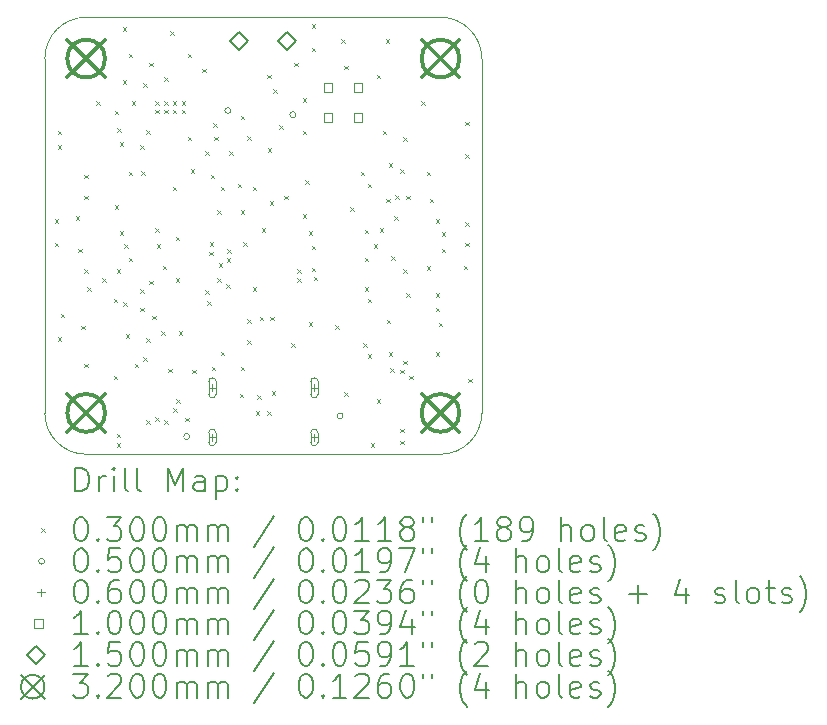
<source format=gbr>
%TF.GenerationSoftware,KiCad,Pcbnew,9.0.1*%
%TF.CreationDate,2025-04-30T23:29:38-04:00*%
%TF.ProjectId,Control Board V2,436f6e74-726f-46c2-9042-6f6172642056,rev?*%
%TF.SameCoordinates,Original*%
%TF.FileFunction,Drillmap*%
%TF.FilePolarity,Positive*%
%FSLAX45Y45*%
G04 Gerber Fmt 4.5, Leading zero omitted, Abs format (unit mm)*
G04 Created by KiCad (PCBNEW 9.0.1) date 2025-04-30 23:29:38*
%MOMM*%
%LPD*%
G01*
G04 APERTURE LIST*
%ADD10C,0.050000*%
%ADD11C,0.200000*%
%ADD12C,0.100000*%
%ADD13C,0.150000*%
%ADD14C,0.320000*%
G04 APERTURE END LIST*
D10*
X6000000Y-13050000D02*
X9000000Y-13050000D01*
X5650000Y-9700000D02*
G75*
G02*
X6000000Y-9350000I350000J0D01*
G01*
X9000000Y-9350000D02*
G75*
G02*
X9350000Y-9700000I0J-350000D01*
G01*
X6000000Y-9350000D02*
X9000000Y-9350000D01*
X9350000Y-12700000D02*
X9350000Y-9700000D01*
X9350000Y-12700000D02*
G75*
G02*
X9000000Y-13050000I-350000J0D01*
G01*
X5650000Y-9700000D02*
X5650000Y-12700000D01*
X6000000Y-13050000D02*
G75*
G02*
X5650000Y-12700000I0J350000D01*
G01*
D11*
D12*
X5735000Y-11060000D02*
X5765000Y-11090000D01*
X5765000Y-11060000D02*
X5735000Y-11090000D01*
X5735000Y-11260000D02*
X5765000Y-11290000D01*
X5765000Y-11260000D02*
X5735000Y-11290000D01*
X5760000Y-10310000D02*
X5790000Y-10340000D01*
X5790000Y-10310000D02*
X5760000Y-10340000D01*
X5760000Y-10435000D02*
X5790000Y-10465000D01*
X5790000Y-10435000D02*
X5760000Y-10465000D01*
X5760000Y-12060000D02*
X5790000Y-12090000D01*
X5790000Y-12060000D02*
X5760000Y-12090000D01*
X5785000Y-11860000D02*
X5815000Y-11890000D01*
X5815000Y-11860000D02*
X5785000Y-11890000D01*
X5910000Y-11035000D02*
X5940000Y-11065000D01*
X5940000Y-11035000D02*
X5910000Y-11065000D01*
X5935000Y-11310000D02*
X5965000Y-11340000D01*
X5965000Y-11310000D02*
X5935000Y-11340000D01*
X5960000Y-11962800D02*
X5990000Y-11992800D01*
X5990000Y-11962800D02*
X5960000Y-11992800D01*
X5985000Y-10685000D02*
X6015000Y-10715000D01*
X6015000Y-10685000D02*
X5985000Y-10715000D01*
X5985000Y-10860000D02*
X6015000Y-10890000D01*
X6015000Y-10860000D02*
X5985000Y-10890000D01*
X5985000Y-11485000D02*
X6015000Y-11515000D01*
X6015000Y-11485000D02*
X5985000Y-11515000D01*
X5985000Y-12285000D02*
X6015000Y-12315000D01*
X6015000Y-12285000D02*
X5985000Y-12315000D01*
X6010000Y-11635000D02*
X6040000Y-11665000D01*
X6040000Y-11635000D02*
X6010000Y-11665000D01*
X6085000Y-10060000D02*
X6115000Y-10090000D01*
X6115000Y-10060000D02*
X6085000Y-10090000D01*
X6135000Y-11560000D02*
X6165000Y-11590000D01*
X6165000Y-11560000D02*
X6135000Y-11590000D01*
X6235000Y-11735000D02*
X6265000Y-11765000D01*
X6265000Y-11735000D02*
X6235000Y-11765000D01*
X6235000Y-12385000D02*
X6265000Y-12415000D01*
X6265000Y-12385000D02*
X6235000Y-12415000D01*
X6240358Y-10140358D02*
X6270358Y-10170358D01*
X6270358Y-10140358D02*
X6240358Y-10170358D01*
X6241250Y-10941250D02*
X6271250Y-10971250D01*
X6271250Y-10941250D02*
X6241250Y-10971250D01*
X6260000Y-11485000D02*
X6290000Y-11515000D01*
X6290000Y-11485000D02*
X6260000Y-11515000D01*
X6260000Y-12875000D02*
X6290000Y-12905000D01*
X6290000Y-12875000D02*
X6260000Y-12905000D01*
X6260000Y-12955000D02*
X6290000Y-12985000D01*
X6290000Y-12955000D02*
X6260000Y-12985000D01*
X6262581Y-10288081D02*
X6292581Y-10318081D01*
X6292581Y-10288081D02*
X6262581Y-10318081D01*
X6285000Y-10410000D02*
X6315000Y-10440000D01*
X6315000Y-10410000D02*
X6285000Y-10440000D01*
X6285000Y-11160000D02*
X6315000Y-11190000D01*
X6315000Y-11160000D02*
X6285000Y-11190000D01*
X6310000Y-9435000D02*
X6340000Y-9465000D01*
X6340000Y-9435000D02*
X6310000Y-9465000D01*
X6310000Y-9885000D02*
X6340000Y-9915000D01*
X6340000Y-9885000D02*
X6310000Y-9915000D01*
X6312426Y-11764803D02*
X6342426Y-11794803D01*
X6342426Y-11764803D02*
X6312426Y-11794803D01*
X6320855Y-11270855D02*
X6350855Y-11300855D01*
X6350855Y-11270855D02*
X6320855Y-11300855D01*
X6335000Y-12035000D02*
X6365000Y-12065000D01*
X6365000Y-12035000D02*
X6335000Y-12065000D01*
X6360000Y-9660000D02*
X6390000Y-9690000D01*
X6390000Y-9660000D02*
X6360000Y-9690000D01*
X6360000Y-10660000D02*
X6390000Y-10690000D01*
X6390000Y-10660000D02*
X6360000Y-10690000D01*
X6360000Y-11385000D02*
X6390000Y-11415000D01*
X6390000Y-11385000D02*
X6360000Y-11415000D01*
X6385000Y-10060000D02*
X6415000Y-10090000D01*
X6415000Y-10060000D02*
X6385000Y-10090000D01*
X6410000Y-12285000D02*
X6440000Y-12315000D01*
X6440000Y-12285000D02*
X6410000Y-12315000D01*
X6460000Y-10435000D02*
X6490000Y-10465000D01*
X6490000Y-10435000D02*
X6460000Y-10465000D01*
X6460000Y-11655000D02*
X6490000Y-11685000D01*
X6490000Y-11655000D02*
X6460000Y-11685000D01*
X6460000Y-11810000D02*
X6490000Y-11840000D01*
X6490000Y-11810000D02*
X6460000Y-11840000D01*
X6464926Y-10655074D02*
X6494926Y-10685074D01*
X6494926Y-10655074D02*
X6464926Y-10685074D01*
X6485000Y-9910000D02*
X6515000Y-9940000D01*
X6515000Y-9910000D02*
X6485000Y-9940000D01*
X6485000Y-12226957D02*
X6515000Y-12256957D01*
X6515000Y-12226957D02*
X6485000Y-12256957D01*
X6507856Y-12067911D02*
X6537856Y-12097911D01*
X6537856Y-12067911D02*
X6507856Y-12097911D01*
X6510000Y-10308500D02*
X6540000Y-10338500D01*
X6540000Y-10308500D02*
X6510000Y-10338500D01*
X6510000Y-12760000D02*
X6540000Y-12790000D01*
X6540000Y-12760000D02*
X6510000Y-12790000D01*
X6532639Y-11580278D02*
X6562639Y-11610278D01*
X6562639Y-11580278D02*
X6532639Y-11610278D01*
X6535000Y-9735000D02*
X6565000Y-9765000D01*
X6565000Y-9735000D02*
X6535000Y-9765000D01*
X6561200Y-11876898D02*
X6591200Y-11906898D01*
X6591200Y-11876898D02*
X6561200Y-11906898D01*
X6585000Y-10060000D02*
X6615000Y-10090000D01*
X6615000Y-10060000D02*
X6585000Y-10090000D01*
X6585000Y-10135000D02*
X6615000Y-10165000D01*
X6615000Y-10135000D02*
X6585000Y-10165000D01*
X6585000Y-11135000D02*
X6615000Y-11165000D01*
X6615000Y-11135000D02*
X6585000Y-11165000D01*
X6586748Y-12737424D02*
X6616748Y-12767424D01*
X6616748Y-12737424D02*
X6586748Y-12767424D01*
X6595928Y-11270928D02*
X6625928Y-11300928D01*
X6625928Y-11270928D02*
X6595928Y-11300928D01*
X6635000Y-12010000D02*
X6665000Y-12040000D01*
X6665000Y-12010000D02*
X6635000Y-12040000D01*
X6650000Y-11455000D02*
X6680000Y-11485000D01*
X6680000Y-11455000D02*
X6650000Y-11485000D01*
X6660000Y-9860000D02*
X6690000Y-9890000D01*
X6690000Y-9860000D02*
X6660000Y-9890000D01*
X6660000Y-10060000D02*
X6690000Y-10090000D01*
X6690000Y-10060000D02*
X6660000Y-10090000D01*
X6660000Y-10135000D02*
X6690000Y-10165000D01*
X6690000Y-10135000D02*
X6660000Y-10165000D01*
X6660000Y-12760000D02*
X6690000Y-12790000D01*
X6690000Y-12760000D02*
X6660000Y-12790000D01*
X6695355Y-12324645D02*
X6725355Y-12354645D01*
X6725355Y-12324645D02*
X6695355Y-12354645D01*
X6710000Y-9470000D02*
X6740000Y-9500000D01*
X6740000Y-9470000D02*
X6710000Y-9500000D01*
X6735000Y-10060000D02*
X6765000Y-10090000D01*
X6765000Y-10060000D02*
X6735000Y-10090000D01*
X6735000Y-10135000D02*
X6765000Y-10165000D01*
X6765000Y-10135000D02*
X6735000Y-10165000D01*
X6735000Y-10785000D02*
X6765000Y-10815000D01*
X6765000Y-10785000D02*
X6735000Y-10815000D01*
X6736107Y-12662012D02*
X6766107Y-12692012D01*
X6766107Y-12662012D02*
X6736107Y-12692012D01*
X6760000Y-11209900D02*
X6790000Y-11239900D01*
X6790000Y-11209900D02*
X6760000Y-11239900D01*
X6760000Y-11562000D02*
X6790000Y-11592000D01*
X6790000Y-11562000D02*
X6760000Y-11592000D01*
X6761528Y-12585306D02*
X6791528Y-12615306D01*
X6791528Y-12585306D02*
X6761528Y-12615306D01*
X6785000Y-12010000D02*
X6815000Y-12040000D01*
X6815000Y-12010000D02*
X6785000Y-12040000D01*
X6810000Y-10060000D02*
X6840000Y-10090000D01*
X6840000Y-10060000D02*
X6810000Y-10090000D01*
X6810000Y-10135000D02*
X6840000Y-10165000D01*
X6840000Y-10135000D02*
X6810000Y-10165000D01*
X6837414Y-12739829D02*
X6867414Y-12769829D01*
X6867414Y-12739829D02*
X6837414Y-12769829D01*
X6860000Y-9660000D02*
X6890000Y-9690000D01*
X6890000Y-9660000D02*
X6860000Y-9690000D01*
X6860000Y-10360000D02*
X6890000Y-10390000D01*
X6890000Y-10360000D02*
X6860000Y-10390000D01*
X6885000Y-10635000D02*
X6915000Y-10665000D01*
X6915000Y-10635000D02*
X6885000Y-10665000D01*
X6900000Y-12335000D02*
X6930000Y-12365000D01*
X6930000Y-12335000D02*
X6900000Y-12365000D01*
X6985000Y-9785000D02*
X7015000Y-9815000D01*
X7015000Y-9785000D02*
X6985000Y-9815000D01*
X7010000Y-10485000D02*
X7040000Y-10515000D01*
X7040000Y-10485000D02*
X7010000Y-10515000D01*
X7010000Y-11660000D02*
X7040000Y-11690000D01*
X7040000Y-11660000D02*
X7010000Y-11690000D01*
X7025000Y-11752600D02*
X7055000Y-11782600D01*
X7055000Y-11752600D02*
X7025000Y-11782600D01*
X7043044Y-11337336D02*
X7073044Y-11367336D01*
X7073044Y-11337336D02*
X7043044Y-11367336D01*
X7045000Y-11253585D02*
X7075000Y-11283585D01*
X7075000Y-11253585D02*
X7045000Y-11283585D01*
X7055000Y-10684174D02*
X7085000Y-10714174D01*
X7085000Y-10684174D02*
X7055000Y-10714174D01*
X7062000Y-12310000D02*
X7092000Y-12340000D01*
X7092000Y-12310000D02*
X7062000Y-12340000D01*
X7074645Y-10245355D02*
X7104645Y-10275355D01*
X7104645Y-10245355D02*
X7074645Y-10275355D01*
X7085000Y-10360000D02*
X7115000Y-10390000D01*
X7115000Y-10360000D02*
X7085000Y-10390000D01*
X7110000Y-10985000D02*
X7140000Y-11015000D01*
X7140000Y-10985000D02*
X7110000Y-11015000D01*
X7110000Y-11562000D02*
X7140000Y-11592000D01*
X7140000Y-11562000D02*
X7110000Y-11592000D01*
X7122107Y-11433000D02*
X7152107Y-11463000D01*
X7152107Y-11433000D02*
X7122107Y-11463000D01*
X7140000Y-12183000D02*
X7170000Y-12213000D01*
X7170000Y-12183000D02*
X7140000Y-12213000D01*
X7140000Y-10785000D02*
X7170000Y-10815000D01*
X7170000Y-10785000D02*
X7140000Y-10815000D01*
X7185000Y-11610000D02*
X7215000Y-11640000D01*
X7215000Y-11610000D02*
X7185000Y-11640000D01*
X7191121Y-11392538D02*
X7221121Y-11422538D01*
X7221121Y-11392538D02*
X7191121Y-11422538D01*
X7195938Y-11312682D02*
X7225938Y-11342682D01*
X7225938Y-11312682D02*
X7195938Y-11342682D01*
X7210000Y-10485000D02*
X7240000Y-10515000D01*
X7240000Y-10485000D02*
X7210000Y-10515000D01*
X7283000Y-10760000D02*
X7313000Y-10790000D01*
X7313000Y-10760000D02*
X7283000Y-10790000D01*
X7299800Y-12536564D02*
X7329800Y-12566564D01*
X7329800Y-12536564D02*
X7299800Y-12566564D01*
X7310000Y-10185000D02*
X7340000Y-10215000D01*
X7340000Y-10185000D02*
X7310000Y-10215000D01*
X7310000Y-10985000D02*
X7340000Y-11015000D01*
X7340000Y-10985000D02*
X7310000Y-11015000D01*
X7310000Y-12310000D02*
X7340000Y-12340000D01*
X7340000Y-12310000D02*
X7310000Y-12340000D01*
X7331500Y-11252976D02*
X7361500Y-11282976D01*
X7361500Y-11252976D02*
X7331500Y-11282976D01*
X7364118Y-10355882D02*
X7394118Y-10385882D01*
X7394118Y-10355882D02*
X7364118Y-10385882D01*
X7365000Y-11905000D02*
X7395000Y-11935000D01*
X7395000Y-11905000D02*
X7365000Y-11935000D01*
X7365000Y-12085000D02*
X7395000Y-12115000D01*
X7395000Y-12085000D02*
X7365000Y-12115000D01*
X7410000Y-10785000D02*
X7440000Y-10815000D01*
X7440000Y-10785000D02*
X7410000Y-10815000D01*
X7410000Y-11635000D02*
X7440000Y-11665000D01*
X7440000Y-11635000D02*
X7410000Y-11665000D01*
X7435000Y-12684000D02*
X7465000Y-12714000D01*
X7465000Y-12684000D02*
X7435000Y-12714000D01*
X7450000Y-12548143D02*
X7480000Y-12578143D01*
X7480000Y-12548143D02*
X7450000Y-12578143D01*
X7470000Y-11885000D02*
X7500000Y-11915000D01*
X7500000Y-11885000D02*
X7470000Y-11915000D01*
X7485000Y-11135000D02*
X7515000Y-11165000D01*
X7515000Y-11135000D02*
X7485000Y-11165000D01*
X7535000Y-9835000D02*
X7565000Y-9865000D01*
X7565000Y-9835000D02*
X7535000Y-9865000D01*
X7535000Y-12684000D02*
X7565000Y-12714000D01*
X7565000Y-12684000D02*
X7535000Y-12714000D01*
X7536973Y-10458027D02*
X7566973Y-10488027D01*
X7566973Y-10458027D02*
X7536973Y-10488027D01*
X7552586Y-10909564D02*
X7582586Y-10939564D01*
X7582586Y-10909564D02*
X7552586Y-10939564D01*
X7560000Y-11885000D02*
X7590000Y-11915000D01*
X7590000Y-11885000D02*
X7560000Y-11915000D01*
X7570000Y-12517801D02*
X7600000Y-12547801D01*
X7600000Y-12517801D02*
X7570000Y-12547801D01*
X7585000Y-9960000D02*
X7615000Y-9990000D01*
X7615000Y-9960000D02*
X7585000Y-9990000D01*
X7634786Y-10263879D02*
X7664786Y-10293879D01*
X7664786Y-10263879D02*
X7634786Y-10293879D01*
X7677500Y-10860000D02*
X7707500Y-10890000D01*
X7707500Y-10860000D02*
X7677500Y-10890000D01*
X7735000Y-12110000D02*
X7765000Y-12140000D01*
X7765000Y-12110000D02*
X7735000Y-12140000D01*
X7760000Y-9735000D02*
X7790000Y-9765000D01*
X7790000Y-9735000D02*
X7760000Y-9765000D01*
X7785000Y-11485000D02*
X7815000Y-11515000D01*
X7815000Y-11485000D02*
X7785000Y-11515000D01*
X7785000Y-11560000D02*
X7815000Y-11590000D01*
X7815000Y-11560000D02*
X7785000Y-11590000D01*
X7835000Y-10035000D02*
X7865000Y-10065000D01*
X7865000Y-10035000D02*
X7835000Y-10065000D01*
X7835000Y-10310000D02*
X7865000Y-10340000D01*
X7865000Y-10310000D02*
X7835000Y-10340000D01*
X7835000Y-11020000D02*
X7865000Y-11050000D01*
X7865000Y-11020000D02*
X7835000Y-11050000D01*
X7854505Y-10731658D02*
X7884505Y-10761658D01*
X7884505Y-10731658D02*
X7854505Y-10761658D01*
X7885000Y-11160000D02*
X7915000Y-11190000D01*
X7915000Y-11160000D02*
X7885000Y-11190000D01*
X7885000Y-11934000D02*
X7915000Y-11964000D01*
X7915000Y-11934000D02*
X7885000Y-11964000D01*
X7910000Y-9410000D02*
X7940000Y-9440000D01*
X7940000Y-9410000D02*
X7910000Y-9440000D01*
X7910000Y-9610000D02*
X7940000Y-9640000D01*
X7940000Y-9610000D02*
X7910000Y-9640000D01*
X7910000Y-11285000D02*
X7940000Y-11315000D01*
X7940000Y-11285000D02*
X7910000Y-11315000D01*
X7910000Y-11470000D02*
X7940000Y-11500000D01*
X7940000Y-11470000D02*
X7910000Y-11500000D01*
X7925102Y-11548562D02*
X7955102Y-11578562D01*
X7955102Y-11548562D02*
X7925102Y-11578562D01*
X8110000Y-11960000D02*
X8140000Y-11990000D01*
X8140000Y-11960000D02*
X8110000Y-11990000D01*
X8160000Y-9535000D02*
X8190000Y-9565000D01*
X8190000Y-9535000D02*
X8160000Y-9565000D01*
X8185000Y-9760000D02*
X8215000Y-9790000D01*
X8215000Y-9760000D02*
X8185000Y-9790000D01*
X8185000Y-12524902D02*
X8215000Y-12554902D01*
X8215000Y-12524902D02*
X8185000Y-12554902D01*
X8235000Y-10960000D02*
X8265000Y-10990000D01*
X8265000Y-10960000D02*
X8235000Y-10990000D01*
X8325000Y-10660000D02*
X8355000Y-10690000D01*
X8355000Y-10660000D02*
X8325000Y-10690000D01*
X8345000Y-12110000D02*
X8375000Y-12140000D01*
X8375000Y-12110000D02*
X8345000Y-12140000D01*
X8360000Y-11150000D02*
X8390000Y-11180000D01*
X8390000Y-11150000D02*
X8360000Y-11180000D01*
X8360000Y-11385000D02*
X8390000Y-11415000D01*
X8390000Y-11385000D02*
X8360000Y-11415000D01*
X8360000Y-11635000D02*
X8390000Y-11665000D01*
X8390000Y-11635000D02*
X8360000Y-11665000D01*
X8385000Y-10760000D02*
X8415000Y-10790000D01*
X8415000Y-10760000D02*
X8385000Y-10790000D01*
X8385000Y-11735000D02*
X8415000Y-11765000D01*
X8415000Y-11735000D02*
X8385000Y-11765000D01*
X8385000Y-12205000D02*
X8415000Y-12235000D01*
X8415000Y-12205000D02*
X8385000Y-12235000D01*
X8410000Y-12955000D02*
X8440000Y-12985000D01*
X8440000Y-12955000D02*
X8410000Y-12985000D01*
X8435000Y-11270000D02*
X8465000Y-11300000D01*
X8465000Y-11270000D02*
X8435000Y-11300000D01*
X8460000Y-9835000D02*
X8490000Y-9865000D01*
X8490000Y-9835000D02*
X8460000Y-9865000D01*
X8460000Y-12585000D02*
X8490000Y-12615000D01*
X8490000Y-12585000D02*
X8460000Y-12615000D01*
X8485000Y-11135000D02*
X8515000Y-11165000D01*
X8515000Y-11135000D02*
X8485000Y-11165000D01*
X8510000Y-10310000D02*
X8540000Y-10340000D01*
X8540000Y-10310000D02*
X8510000Y-10340000D01*
X8535000Y-9535000D02*
X8565000Y-9565000D01*
X8565000Y-9535000D02*
X8535000Y-9565000D01*
X8542500Y-10885000D02*
X8572500Y-10915000D01*
X8572500Y-10885000D02*
X8542500Y-10915000D01*
X8545100Y-11910000D02*
X8575100Y-11940000D01*
X8575100Y-11910000D02*
X8545100Y-11940000D01*
X8560000Y-10585000D02*
X8590000Y-10615000D01*
X8590000Y-10585000D02*
X8560000Y-10615000D01*
X8560000Y-12185000D02*
X8590000Y-12215000D01*
X8590000Y-12185000D02*
X8560000Y-12215000D01*
X8575285Y-12321396D02*
X8605285Y-12351396D01*
X8605285Y-12321396D02*
X8575285Y-12351396D01*
X8582500Y-11372500D02*
X8612500Y-11402500D01*
X8612500Y-11372500D02*
X8582500Y-11402500D01*
X8610000Y-11035000D02*
X8640000Y-11065000D01*
X8640000Y-11035000D02*
X8610000Y-11065000D01*
X8617520Y-10857215D02*
X8647520Y-10887215D01*
X8647520Y-10857215D02*
X8617520Y-10887215D01*
X8660000Y-10635000D02*
X8690000Y-10665000D01*
X8690000Y-10635000D02*
X8660000Y-10665000D01*
X8660000Y-12335000D02*
X8690000Y-12365000D01*
X8690000Y-12335000D02*
X8660000Y-12365000D01*
X8660000Y-12835000D02*
X8690000Y-12865000D01*
X8690000Y-12835000D02*
X8660000Y-12865000D01*
X8660000Y-12935000D02*
X8690000Y-12965000D01*
X8690000Y-12935000D02*
X8660000Y-12965000D01*
X8685000Y-10365000D02*
X8715000Y-10395000D01*
X8715000Y-10365000D02*
X8685000Y-10395000D01*
X8685000Y-11485000D02*
X8715000Y-11515000D01*
X8715000Y-11485000D02*
X8685000Y-11515000D01*
X8685000Y-12260000D02*
X8715000Y-12290000D01*
X8715000Y-12260000D02*
X8685000Y-12290000D01*
X8710000Y-10860000D02*
X8740000Y-10890000D01*
X8740000Y-10860000D02*
X8710000Y-10890000D01*
X8710000Y-11685000D02*
X8740000Y-11715000D01*
X8740000Y-11685000D02*
X8710000Y-11715000D01*
X8735000Y-12385000D02*
X8765000Y-12415000D01*
X8765000Y-12385000D02*
X8735000Y-12415000D01*
X8835000Y-10060000D02*
X8865000Y-10090000D01*
X8865000Y-10060000D02*
X8835000Y-10090000D01*
X8885000Y-10660000D02*
X8915000Y-10690000D01*
X8915000Y-10660000D02*
X8885000Y-10690000D01*
X8885000Y-11460000D02*
X8915000Y-11490000D01*
X8915000Y-11460000D02*
X8885000Y-11490000D01*
X8910000Y-10885000D02*
X8940000Y-10915000D01*
X8940000Y-10885000D02*
X8910000Y-10915000D01*
X8960000Y-11060000D02*
X8990000Y-11090000D01*
X8990000Y-11060000D02*
X8960000Y-11090000D01*
X8960000Y-11685000D02*
X8990000Y-11715000D01*
X8990000Y-11685000D02*
X8960000Y-11715000D01*
X8960000Y-11810000D02*
X8990000Y-11840000D01*
X8990000Y-11810000D02*
X8960000Y-11840000D01*
X8960000Y-12185000D02*
X8990000Y-12215000D01*
X8990000Y-12185000D02*
X8960000Y-12215000D01*
X8985000Y-11935000D02*
X9015000Y-11965000D01*
X9015000Y-11935000D02*
X8985000Y-11965000D01*
X9010000Y-11172500D02*
X9040000Y-11202500D01*
X9040000Y-11172500D02*
X9010000Y-11202500D01*
X9010000Y-11310000D02*
X9040000Y-11340000D01*
X9040000Y-11310000D02*
X9010000Y-11340000D01*
X9197500Y-11452500D02*
X9227500Y-11482500D01*
X9227500Y-11452500D02*
X9197500Y-11482500D01*
X9210000Y-10235000D02*
X9240000Y-10265000D01*
X9240000Y-10235000D02*
X9210000Y-10265000D01*
X9210000Y-10510000D02*
X9240000Y-10540000D01*
X9240000Y-10510000D02*
X9210000Y-10540000D01*
X9210000Y-11085000D02*
X9240000Y-11115000D01*
X9240000Y-11085000D02*
X9210000Y-11115000D01*
X9210000Y-11260000D02*
X9240000Y-11290000D01*
X9240000Y-11260000D02*
X9210000Y-11290000D01*
X9235000Y-12410000D02*
X9265000Y-12440000D01*
X9265000Y-12410000D02*
X9235000Y-12440000D01*
X6875000Y-12900000D02*
G75*
G02*
X6825000Y-12900000I-25000J0D01*
G01*
X6825000Y-12900000D02*
G75*
G02*
X6875000Y-12900000I25000J0D01*
G01*
X7225000Y-10140000D02*
G75*
G02*
X7175000Y-10140000I-25000J0D01*
G01*
X7175000Y-10140000D02*
G75*
G02*
X7225000Y-10140000I25000J0D01*
G01*
X7775000Y-10175000D02*
G75*
G02*
X7725000Y-10175000I-25000J0D01*
G01*
X7725000Y-10175000D02*
G75*
G02*
X7775000Y-10175000I25000J0D01*
G01*
X8175000Y-12725000D02*
G75*
G02*
X8125000Y-12725000I-25000J0D01*
G01*
X8125000Y-12725000D02*
G75*
G02*
X8175000Y-12725000I25000J0D01*
G01*
X7068000Y-12457500D02*
X7068000Y-12517500D01*
X7038000Y-12487500D02*
X7098000Y-12487500D01*
X7038000Y-12432500D02*
X7038000Y-12542500D01*
X7098000Y-12542500D02*
G75*
G02*
X7038000Y-12542500I-30000J0D01*
G01*
X7098000Y-12542500D02*
X7098000Y-12432500D01*
X7098000Y-12432500D02*
G75*
G03*
X7038000Y-12432500I-30000J0D01*
G01*
X7068000Y-12877500D02*
X7068000Y-12937500D01*
X7038000Y-12907500D02*
X7098000Y-12907500D01*
X7038000Y-12867500D02*
X7038000Y-12947500D01*
X7098000Y-12947500D02*
G75*
G02*
X7038000Y-12947500I-30000J0D01*
G01*
X7098000Y-12947500D02*
X7098000Y-12867500D01*
X7098000Y-12867500D02*
G75*
G03*
X7038000Y-12867500I-30000J0D01*
G01*
X7932000Y-12457500D02*
X7932000Y-12517500D01*
X7902000Y-12487500D02*
X7962000Y-12487500D01*
X7902000Y-12432500D02*
X7902000Y-12542500D01*
X7962000Y-12542500D02*
G75*
G02*
X7902000Y-12542500I-30000J0D01*
G01*
X7962000Y-12542500D02*
X7962000Y-12432500D01*
X7962000Y-12432500D02*
G75*
G03*
X7902000Y-12432500I-30000J0D01*
G01*
X7932000Y-12877500D02*
X7932000Y-12937500D01*
X7902000Y-12907500D02*
X7962000Y-12907500D01*
X7902000Y-12867500D02*
X7902000Y-12947500D01*
X7962000Y-12947500D02*
G75*
G02*
X7902000Y-12947500I-30000J0D01*
G01*
X7962000Y-12947500D02*
X7962000Y-12867500D01*
X7962000Y-12867500D02*
G75*
G03*
X7902000Y-12867500I-30000J0D01*
G01*
X8081356Y-9981356D02*
X8081356Y-9910644D01*
X8010644Y-9910644D01*
X8010644Y-9981356D01*
X8081356Y-9981356D01*
X8081356Y-10235356D02*
X8081356Y-10164644D01*
X8010644Y-10164644D01*
X8010644Y-10235356D01*
X8081356Y-10235356D01*
X8335356Y-9981356D02*
X8335356Y-9910644D01*
X8264644Y-9910644D01*
X8264644Y-9981356D01*
X8335356Y-9981356D01*
X8335356Y-10235356D02*
X8335356Y-10164644D01*
X8264644Y-10164644D01*
X8264644Y-10235356D01*
X8335356Y-10235356D01*
D13*
X7296800Y-9625000D02*
X7371800Y-9550000D01*
X7296800Y-9475000D01*
X7221800Y-9550000D01*
X7296800Y-9625000D01*
X7703200Y-9625000D02*
X7778200Y-9550000D01*
X7703200Y-9475000D01*
X7628200Y-9550000D01*
X7703200Y-9625000D01*
D14*
X5840000Y-9540000D02*
X6160000Y-9860000D01*
X6160000Y-9540000D02*
X5840000Y-9860000D01*
X6160000Y-9700000D02*
G75*
G02*
X5840000Y-9700000I-160000J0D01*
G01*
X5840000Y-9700000D02*
G75*
G02*
X6160000Y-9700000I160000J0D01*
G01*
X5840000Y-12540000D02*
X6160000Y-12860000D01*
X6160000Y-12540000D02*
X5840000Y-12860000D01*
X6160000Y-12700000D02*
G75*
G02*
X5840000Y-12700000I-160000J0D01*
G01*
X5840000Y-12700000D02*
G75*
G02*
X6160000Y-12700000I160000J0D01*
G01*
X8840000Y-9540000D02*
X9160000Y-9860000D01*
X9160000Y-9540000D02*
X8840000Y-9860000D01*
X9160000Y-9700000D02*
G75*
G02*
X8840000Y-9700000I-160000J0D01*
G01*
X8840000Y-9700000D02*
G75*
G02*
X9160000Y-9700000I160000J0D01*
G01*
X8840000Y-12540000D02*
X9160000Y-12860000D01*
X9160000Y-12540000D02*
X8840000Y-12860000D01*
X9160000Y-12700000D02*
G75*
G02*
X8840000Y-12700000I-160000J0D01*
G01*
X8840000Y-12700000D02*
G75*
G02*
X9160000Y-12700000I160000J0D01*
G01*
D11*
X5908277Y-13363984D02*
X5908277Y-13163984D01*
X5908277Y-13163984D02*
X5955896Y-13163984D01*
X5955896Y-13163984D02*
X5984467Y-13173508D01*
X5984467Y-13173508D02*
X6003515Y-13192555D01*
X6003515Y-13192555D02*
X6013039Y-13211603D01*
X6013039Y-13211603D02*
X6022562Y-13249698D01*
X6022562Y-13249698D02*
X6022562Y-13278269D01*
X6022562Y-13278269D02*
X6013039Y-13316365D01*
X6013039Y-13316365D02*
X6003515Y-13335412D01*
X6003515Y-13335412D02*
X5984467Y-13354460D01*
X5984467Y-13354460D02*
X5955896Y-13363984D01*
X5955896Y-13363984D02*
X5908277Y-13363984D01*
X6108277Y-13363984D02*
X6108277Y-13230650D01*
X6108277Y-13268746D02*
X6117801Y-13249698D01*
X6117801Y-13249698D02*
X6127324Y-13240174D01*
X6127324Y-13240174D02*
X6146372Y-13230650D01*
X6146372Y-13230650D02*
X6165420Y-13230650D01*
X6232086Y-13363984D02*
X6232086Y-13230650D01*
X6232086Y-13163984D02*
X6222562Y-13173508D01*
X6222562Y-13173508D02*
X6232086Y-13183031D01*
X6232086Y-13183031D02*
X6241610Y-13173508D01*
X6241610Y-13173508D02*
X6232086Y-13163984D01*
X6232086Y-13163984D02*
X6232086Y-13183031D01*
X6355896Y-13363984D02*
X6336848Y-13354460D01*
X6336848Y-13354460D02*
X6327324Y-13335412D01*
X6327324Y-13335412D02*
X6327324Y-13163984D01*
X6460658Y-13363984D02*
X6441610Y-13354460D01*
X6441610Y-13354460D02*
X6432086Y-13335412D01*
X6432086Y-13335412D02*
X6432086Y-13163984D01*
X6689229Y-13363984D02*
X6689229Y-13163984D01*
X6689229Y-13163984D02*
X6755896Y-13306841D01*
X6755896Y-13306841D02*
X6822562Y-13163984D01*
X6822562Y-13163984D02*
X6822562Y-13363984D01*
X7003515Y-13363984D02*
X7003515Y-13259222D01*
X7003515Y-13259222D02*
X6993991Y-13240174D01*
X6993991Y-13240174D02*
X6974943Y-13230650D01*
X6974943Y-13230650D02*
X6936848Y-13230650D01*
X6936848Y-13230650D02*
X6917801Y-13240174D01*
X7003515Y-13354460D02*
X6984467Y-13363984D01*
X6984467Y-13363984D02*
X6936848Y-13363984D01*
X6936848Y-13363984D02*
X6917801Y-13354460D01*
X6917801Y-13354460D02*
X6908277Y-13335412D01*
X6908277Y-13335412D02*
X6908277Y-13316365D01*
X6908277Y-13316365D02*
X6917801Y-13297317D01*
X6917801Y-13297317D02*
X6936848Y-13287793D01*
X6936848Y-13287793D02*
X6984467Y-13287793D01*
X6984467Y-13287793D02*
X7003515Y-13278269D01*
X7098753Y-13230650D02*
X7098753Y-13430650D01*
X7098753Y-13240174D02*
X7117801Y-13230650D01*
X7117801Y-13230650D02*
X7155896Y-13230650D01*
X7155896Y-13230650D02*
X7174943Y-13240174D01*
X7174943Y-13240174D02*
X7184467Y-13249698D01*
X7184467Y-13249698D02*
X7193991Y-13268746D01*
X7193991Y-13268746D02*
X7193991Y-13325888D01*
X7193991Y-13325888D02*
X7184467Y-13344936D01*
X7184467Y-13344936D02*
X7174943Y-13354460D01*
X7174943Y-13354460D02*
X7155896Y-13363984D01*
X7155896Y-13363984D02*
X7117801Y-13363984D01*
X7117801Y-13363984D02*
X7098753Y-13354460D01*
X7279705Y-13344936D02*
X7289229Y-13354460D01*
X7289229Y-13354460D02*
X7279705Y-13363984D01*
X7279705Y-13363984D02*
X7270182Y-13354460D01*
X7270182Y-13354460D02*
X7279705Y-13344936D01*
X7279705Y-13344936D02*
X7279705Y-13363984D01*
X7279705Y-13240174D02*
X7289229Y-13249698D01*
X7289229Y-13249698D02*
X7279705Y-13259222D01*
X7279705Y-13259222D02*
X7270182Y-13249698D01*
X7270182Y-13249698D02*
X7279705Y-13240174D01*
X7279705Y-13240174D02*
X7279705Y-13259222D01*
D12*
X5617500Y-13677500D02*
X5647500Y-13707500D01*
X5647500Y-13677500D02*
X5617500Y-13707500D01*
D11*
X5946372Y-13583984D02*
X5965420Y-13583984D01*
X5965420Y-13583984D02*
X5984467Y-13593508D01*
X5984467Y-13593508D02*
X5993991Y-13603031D01*
X5993991Y-13603031D02*
X6003515Y-13622079D01*
X6003515Y-13622079D02*
X6013039Y-13660174D01*
X6013039Y-13660174D02*
X6013039Y-13707793D01*
X6013039Y-13707793D02*
X6003515Y-13745888D01*
X6003515Y-13745888D02*
X5993991Y-13764936D01*
X5993991Y-13764936D02*
X5984467Y-13774460D01*
X5984467Y-13774460D02*
X5965420Y-13783984D01*
X5965420Y-13783984D02*
X5946372Y-13783984D01*
X5946372Y-13783984D02*
X5927324Y-13774460D01*
X5927324Y-13774460D02*
X5917801Y-13764936D01*
X5917801Y-13764936D02*
X5908277Y-13745888D01*
X5908277Y-13745888D02*
X5898753Y-13707793D01*
X5898753Y-13707793D02*
X5898753Y-13660174D01*
X5898753Y-13660174D02*
X5908277Y-13622079D01*
X5908277Y-13622079D02*
X5917801Y-13603031D01*
X5917801Y-13603031D02*
X5927324Y-13593508D01*
X5927324Y-13593508D02*
X5946372Y-13583984D01*
X6098753Y-13764936D02*
X6108277Y-13774460D01*
X6108277Y-13774460D02*
X6098753Y-13783984D01*
X6098753Y-13783984D02*
X6089229Y-13774460D01*
X6089229Y-13774460D02*
X6098753Y-13764936D01*
X6098753Y-13764936D02*
X6098753Y-13783984D01*
X6174943Y-13583984D02*
X6298753Y-13583984D01*
X6298753Y-13583984D02*
X6232086Y-13660174D01*
X6232086Y-13660174D02*
X6260658Y-13660174D01*
X6260658Y-13660174D02*
X6279705Y-13669698D01*
X6279705Y-13669698D02*
X6289229Y-13679222D01*
X6289229Y-13679222D02*
X6298753Y-13698269D01*
X6298753Y-13698269D02*
X6298753Y-13745888D01*
X6298753Y-13745888D02*
X6289229Y-13764936D01*
X6289229Y-13764936D02*
X6279705Y-13774460D01*
X6279705Y-13774460D02*
X6260658Y-13783984D01*
X6260658Y-13783984D02*
X6203515Y-13783984D01*
X6203515Y-13783984D02*
X6184467Y-13774460D01*
X6184467Y-13774460D02*
X6174943Y-13764936D01*
X6422562Y-13583984D02*
X6441610Y-13583984D01*
X6441610Y-13583984D02*
X6460658Y-13593508D01*
X6460658Y-13593508D02*
X6470182Y-13603031D01*
X6470182Y-13603031D02*
X6479705Y-13622079D01*
X6479705Y-13622079D02*
X6489229Y-13660174D01*
X6489229Y-13660174D02*
X6489229Y-13707793D01*
X6489229Y-13707793D02*
X6479705Y-13745888D01*
X6479705Y-13745888D02*
X6470182Y-13764936D01*
X6470182Y-13764936D02*
X6460658Y-13774460D01*
X6460658Y-13774460D02*
X6441610Y-13783984D01*
X6441610Y-13783984D02*
X6422562Y-13783984D01*
X6422562Y-13783984D02*
X6403515Y-13774460D01*
X6403515Y-13774460D02*
X6393991Y-13764936D01*
X6393991Y-13764936D02*
X6384467Y-13745888D01*
X6384467Y-13745888D02*
X6374943Y-13707793D01*
X6374943Y-13707793D02*
X6374943Y-13660174D01*
X6374943Y-13660174D02*
X6384467Y-13622079D01*
X6384467Y-13622079D02*
X6393991Y-13603031D01*
X6393991Y-13603031D02*
X6403515Y-13593508D01*
X6403515Y-13593508D02*
X6422562Y-13583984D01*
X6613039Y-13583984D02*
X6632086Y-13583984D01*
X6632086Y-13583984D02*
X6651134Y-13593508D01*
X6651134Y-13593508D02*
X6660658Y-13603031D01*
X6660658Y-13603031D02*
X6670182Y-13622079D01*
X6670182Y-13622079D02*
X6679705Y-13660174D01*
X6679705Y-13660174D02*
X6679705Y-13707793D01*
X6679705Y-13707793D02*
X6670182Y-13745888D01*
X6670182Y-13745888D02*
X6660658Y-13764936D01*
X6660658Y-13764936D02*
X6651134Y-13774460D01*
X6651134Y-13774460D02*
X6632086Y-13783984D01*
X6632086Y-13783984D02*
X6613039Y-13783984D01*
X6613039Y-13783984D02*
X6593991Y-13774460D01*
X6593991Y-13774460D02*
X6584467Y-13764936D01*
X6584467Y-13764936D02*
X6574943Y-13745888D01*
X6574943Y-13745888D02*
X6565420Y-13707793D01*
X6565420Y-13707793D02*
X6565420Y-13660174D01*
X6565420Y-13660174D02*
X6574943Y-13622079D01*
X6574943Y-13622079D02*
X6584467Y-13603031D01*
X6584467Y-13603031D02*
X6593991Y-13593508D01*
X6593991Y-13593508D02*
X6613039Y-13583984D01*
X6765420Y-13783984D02*
X6765420Y-13650650D01*
X6765420Y-13669698D02*
X6774943Y-13660174D01*
X6774943Y-13660174D02*
X6793991Y-13650650D01*
X6793991Y-13650650D02*
X6822563Y-13650650D01*
X6822563Y-13650650D02*
X6841610Y-13660174D01*
X6841610Y-13660174D02*
X6851134Y-13679222D01*
X6851134Y-13679222D02*
X6851134Y-13783984D01*
X6851134Y-13679222D02*
X6860658Y-13660174D01*
X6860658Y-13660174D02*
X6879705Y-13650650D01*
X6879705Y-13650650D02*
X6908277Y-13650650D01*
X6908277Y-13650650D02*
X6927324Y-13660174D01*
X6927324Y-13660174D02*
X6936848Y-13679222D01*
X6936848Y-13679222D02*
X6936848Y-13783984D01*
X7032086Y-13783984D02*
X7032086Y-13650650D01*
X7032086Y-13669698D02*
X7041610Y-13660174D01*
X7041610Y-13660174D02*
X7060658Y-13650650D01*
X7060658Y-13650650D02*
X7089229Y-13650650D01*
X7089229Y-13650650D02*
X7108277Y-13660174D01*
X7108277Y-13660174D02*
X7117801Y-13679222D01*
X7117801Y-13679222D02*
X7117801Y-13783984D01*
X7117801Y-13679222D02*
X7127324Y-13660174D01*
X7127324Y-13660174D02*
X7146372Y-13650650D01*
X7146372Y-13650650D02*
X7174943Y-13650650D01*
X7174943Y-13650650D02*
X7193991Y-13660174D01*
X7193991Y-13660174D02*
X7203515Y-13679222D01*
X7203515Y-13679222D02*
X7203515Y-13783984D01*
X7593991Y-13574460D02*
X7422563Y-13831603D01*
X7851134Y-13583984D02*
X7870182Y-13583984D01*
X7870182Y-13583984D02*
X7889229Y-13593508D01*
X7889229Y-13593508D02*
X7898753Y-13603031D01*
X7898753Y-13603031D02*
X7908277Y-13622079D01*
X7908277Y-13622079D02*
X7917801Y-13660174D01*
X7917801Y-13660174D02*
X7917801Y-13707793D01*
X7917801Y-13707793D02*
X7908277Y-13745888D01*
X7908277Y-13745888D02*
X7898753Y-13764936D01*
X7898753Y-13764936D02*
X7889229Y-13774460D01*
X7889229Y-13774460D02*
X7870182Y-13783984D01*
X7870182Y-13783984D02*
X7851134Y-13783984D01*
X7851134Y-13783984D02*
X7832086Y-13774460D01*
X7832086Y-13774460D02*
X7822563Y-13764936D01*
X7822563Y-13764936D02*
X7813039Y-13745888D01*
X7813039Y-13745888D02*
X7803515Y-13707793D01*
X7803515Y-13707793D02*
X7803515Y-13660174D01*
X7803515Y-13660174D02*
X7813039Y-13622079D01*
X7813039Y-13622079D02*
X7822563Y-13603031D01*
X7822563Y-13603031D02*
X7832086Y-13593508D01*
X7832086Y-13593508D02*
X7851134Y-13583984D01*
X8003515Y-13764936D02*
X8013039Y-13774460D01*
X8013039Y-13774460D02*
X8003515Y-13783984D01*
X8003515Y-13783984D02*
X7993991Y-13774460D01*
X7993991Y-13774460D02*
X8003515Y-13764936D01*
X8003515Y-13764936D02*
X8003515Y-13783984D01*
X8136848Y-13583984D02*
X8155896Y-13583984D01*
X8155896Y-13583984D02*
X8174944Y-13593508D01*
X8174944Y-13593508D02*
X8184467Y-13603031D01*
X8184467Y-13603031D02*
X8193991Y-13622079D01*
X8193991Y-13622079D02*
X8203515Y-13660174D01*
X8203515Y-13660174D02*
X8203515Y-13707793D01*
X8203515Y-13707793D02*
X8193991Y-13745888D01*
X8193991Y-13745888D02*
X8184467Y-13764936D01*
X8184467Y-13764936D02*
X8174944Y-13774460D01*
X8174944Y-13774460D02*
X8155896Y-13783984D01*
X8155896Y-13783984D02*
X8136848Y-13783984D01*
X8136848Y-13783984D02*
X8117801Y-13774460D01*
X8117801Y-13774460D02*
X8108277Y-13764936D01*
X8108277Y-13764936D02*
X8098753Y-13745888D01*
X8098753Y-13745888D02*
X8089229Y-13707793D01*
X8089229Y-13707793D02*
X8089229Y-13660174D01*
X8089229Y-13660174D02*
X8098753Y-13622079D01*
X8098753Y-13622079D02*
X8108277Y-13603031D01*
X8108277Y-13603031D02*
X8117801Y-13593508D01*
X8117801Y-13593508D02*
X8136848Y-13583984D01*
X8393991Y-13783984D02*
X8279706Y-13783984D01*
X8336848Y-13783984D02*
X8336848Y-13583984D01*
X8336848Y-13583984D02*
X8317801Y-13612555D01*
X8317801Y-13612555D02*
X8298753Y-13631603D01*
X8298753Y-13631603D02*
X8279706Y-13641127D01*
X8584468Y-13783984D02*
X8470182Y-13783984D01*
X8527325Y-13783984D02*
X8527325Y-13583984D01*
X8527325Y-13583984D02*
X8508277Y-13612555D01*
X8508277Y-13612555D02*
X8489229Y-13631603D01*
X8489229Y-13631603D02*
X8470182Y-13641127D01*
X8698753Y-13669698D02*
X8679706Y-13660174D01*
X8679706Y-13660174D02*
X8670182Y-13650650D01*
X8670182Y-13650650D02*
X8660658Y-13631603D01*
X8660658Y-13631603D02*
X8660658Y-13622079D01*
X8660658Y-13622079D02*
X8670182Y-13603031D01*
X8670182Y-13603031D02*
X8679706Y-13593508D01*
X8679706Y-13593508D02*
X8698753Y-13583984D01*
X8698753Y-13583984D02*
X8736849Y-13583984D01*
X8736849Y-13583984D02*
X8755896Y-13593508D01*
X8755896Y-13593508D02*
X8765420Y-13603031D01*
X8765420Y-13603031D02*
X8774944Y-13622079D01*
X8774944Y-13622079D02*
X8774944Y-13631603D01*
X8774944Y-13631603D02*
X8765420Y-13650650D01*
X8765420Y-13650650D02*
X8755896Y-13660174D01*
X8755896Y-13660174D02*
X8736849Y-13669698D01*
X8736849Y-13669698D02*
X8698753Y-13669698D01*
X8698753Y-13669698D02*
X8679706Y-13679222D01*
X8679706Y-13679222D02*
X8670182Y-13688746D01*
X8670182Y-13688746D02*
X8660658Y-13707793D01*
X8660658Y-13707793D02*
X8660658Y-13745888D01*
X8660658Y-13745888D02*
X8670182Y-13764936D01*
X8670182Y-13764936D02*
X8679706Y-13774460D01*
X8679706Y-13774460D02*
X8698753Y-13783984D01*
X8698753Y-13783984D02*
X8736849Y-13783984D01*
X8736849Y-13783984D02*
X8755896Y-13774460D01*
X8755896Y-13774460D02*
X8765420Y-13764936D01*
X8765420Y-13764936D02*
X8774944Y-13745888D01*
X8774944Y-13745888D02*
X8774944Y-13707793D01*
X8774944Y-13707793D02*
X8765420Y-13688746D01*
X8765420Y-13688746D02*
X8755896Y-13679222D01*
X8755896Y-13679222D02*
X8736849Y-13669698D01*
X8851134Y-13583984D02*
X8851134Y-13622079D01*
X8927325Y-13583984D02*
X8927325Y-13622079D01*
X9222563Y-13860174D02*
X9213039Y-13850650D01*
X9213039Y-13850650D02*
X9193991Y-13822079D01*
X9193991Y-13822079D02*
X9184468Y-13803031D01*
X9184468Y-13803031D02*
X9174944Y-13774460D01*
X9174944Y-13774460D02*
X9165420Y-13726841D01*
X9165420Y-13726841D02*
X9165420Y-13688746D01*
X9165420Y-13688746D02*
X9174944Y-13641127D01*
X9174944Y-13641127D02*
X9184468Y-13612555D01*
X9184468Y-13612555D02*
X9193991Y-13593508D01*
X9193991Y-13593508D02*
X9213039Y-13564936D01*
X9213039Y-13564936D02*
X9222563Y-13555412D01*
X9403515Y-13783984D02*
X9289230Y-13783984D01*
X9346372Y-13783984D02*
X9346372Y-13583984D01*
X9346372Y-13583984D02*
X9327325Y-13612555D01*
X9327325Y-13612555D02*
X9308277Y-13631603D01*
X9308277Y-13631603D02*
X9289230Y-13641127D01*
X9517801Y-13669698D02*
X9498753Y-13660174D01*
X9498753Y-13660174D02*
X9489230Y-13650650D01*
X9489230Y-13650650D02*
X9479706Y-13631603D01*
X9479706Y-13631603D02*
X9479706Y-13622079D01*
X9479706Y-13622079D02*
X9489230Y-13603031D01*
X9489230Y-13603031D02*
X9498753Y-13593508D01*
X9498753Y-13593508D02*
X9517801Y-13583984D01*
X9517801Y-13583984D02*
X9555896Y-13583984D01*
X9555896Y-13583984D02*
X9574944Y-13593508D01*
X9574944Y-13593508D02*
X9584468Y-13603031D01*
X9584468Y-13603031D02*
X9593991Y-13622079D01*
X9593991Y-13622079D02*
X9593991Y-13631603D01*
X9593991Y-13631603D02*
X9584468Y-13650650D01*
X9584468Y-13650650D02*
X9574944Y-13660174D01*
X9574944Y-13660174D02*
X9555896Y-13669698D01*
X9555896Y-13669698D02*
X9517801Y-13669698D01*
X9517801Y-13669698D02*
X9498753Y-13679222D01*
X9498753Y-13679222D02*
X9489230Y-13688746D01*
X9489230Y-13688746D02*
X9479706Y-13707793D01*
X9479706Y-13707793D02*
X9479706Y-13745888D01*
X9479706Y-13745888D02*
X9489230Y-13764936D01*
X9489230Y-13764936D02*
X9498753Y-13774460D01*
X9498753Y-13774460D02*
X9517801Y-13783984D01*
X9517801Y-13783984D02*
X9555896Y-13783984D01*
X9555896Y-13783984D02*
X9574944Y-13774460D01*
X9574944Y-13774460D02*
X9584468Y-13764936D01*
X9584468Y-13764936D02*
X9593991Y-13745888D01*
X9593991Y-13745888D02*
X9593991Y-13707793D01*
X9593991Y-13707793D02*
X9584468Y-13688746D01*
X9584468Y-13688746D02*
X9574944Y-13679222D01*
X9574944Y-13679222D02*
X9555896Y-13669698D01*
X9689230Y-13783984D02*
X9727325Y-13783984D01*
X9727325Y-13783984D02*
X9746372Y-13774460D01*
X9746372Y-13774460D02*
X9755896Y-13764936D01*
X9755896Y-13764936D02*
X9774944Y-13736365D01*
X9774944Y-13736365D02*
X9784468Y-13698269D01*
X9784468Y-13698269D02*
X9784468Y-13622079D01*
X9784468Y-13622079D02*
X9774944Y-13603031D01*
X9774944Y-13603031D02*
X9765420Y-13593508D01*
X9765420Y-13593508D02*
X9746372Y-13583984D01*
X9746372Y-13583984D02*
X9708277Y-13583984D01*
X9708277Y-13583984D02*
X9689230Y-13593508D01*
X9689230Y-13593508D02*
X9679706Y-13603031D01*
X9679706Y-13603031D02*
X9670182Y-13622079D01*
X9670182Y-13622079D02*
X9670182Y-13669698D01*
X9670182Y-13669698D02*
X9679706Y-13688746D01*
X9679706Y-13688746D02*
X9689230Y-13698269D01*
X9689230Y-13698269D02*
X9708277Y-13707793D01*
X9708277Y-13707793D02*
X9746372Y-13707793D01*
X9746372Y-13707793D02*
X9765420Y-13698269D01*
X9765420Y-13698269D02*
X9774944Y-13688746D01*
X9774944Y-13688746D02*
X9784468Y-13669698D01*
X10022563Y-13783984D02*
X10022563Y-13583984D01*
X10108277Y-13783984D02*
X10108277Y-13679222D01*
X10108277Y-13679222D02*
X10098753Y-13660174D01*
X10098753Y-13660174D02*
X10079706Y-13650650D01*
X10079706Y-13650650D02*
X10051134Y-13650650D01*
X10051134Y-13650650D02*
X10032087Y-13660174D01*
X10032087Y-13660174D02*
X10022563Y-13669698D01*
X10232087Y-13783984D02*
X10213039Y-13774460D01*
X10213039Y-13774460D02*
X10203515Y-13764936D01*
X10203515Y-13764936D02*
X10193992Y-13745888D01*
X10193992Y-13745888D02*
X10193992Y-13688746D01*
X10193992Y-13688746D02*
X10203515Y-13669698D01*
X10203515Y-13669698D02*
X10213039Y-13660174D01*
X10213039Y-13660174D02*
X10232087Y-13650650D01*
X10232087Y-13650650D02*
X10260658Y-13650650D01*
X10260658Y-13650650D02*
X10279706Y-13660174D01*
X10279706Y-13660174D02*
X10289230Y-13669698D01*
X10289230Y-13669698D02*
X10298753Y-13688746D01*
X10298753Y-13688746D02*
X10298753Y-13745888D01*
X10298753Y-13745888D02*
X10289230Y-13764936D01*
X10289230Y-13764936D02*
X10279706Y-13774460D01*
X10279706Y-13774460D02*
X10260658Y-13783984D01*
X10260658Y-13783984D02*
X10232087Y-13783984D01*
X10413039Y-13783984D02*
X10393992Y-13774460D01*
X10393992Y-13774460D02*
X10384468Y-13755412D01*
X10384468Y-13755412D02*
X10384468Y-13583984D01*
X10565420Y-13774460D02*
X10546373Y-13783984D01*
X10546373Y-13783984D02*
X10508277Y-13783984D01*
X10508277Y-13783984D02*
X10489230Y-13774460D01*
X10489230Y-13774460D02*
X10479706Y-13755412D01*
X10479706Y-13755412D02*
X10479706Y-13679222D01*
X10479706Y-13679222D02*
X10489230Y-13660174D01*
X10489230Y-13660174D02*
X10508277Y-13650650D01*
X10508277Y-13650650D02*
X10546373Y-13650650D01*
X10546373Y-13650650D02*
X10565420Y-13660174D01*
X10565420Y-13660174D02*
X10574944Y-13679222D01*
X10574944Y-13679222D02*
X10574944Y-13698269D01*
X10574944Y-13698269D02*
X10479706Y-13717317D01*
X10651134Y-13774460D02*
X10670182Y-13783984D01*
X10670182Y-13783984D02*
X10708277Y-13783984D01*
X10708277Y-13783984D02*
X10727325Y-13774460D01*
X10727325Y-13774460D02*
X10736849Y-13755412D01*
X10736849Y-13755412D02*
X10736849Y-13745888D01*
X10736849Y-13745888D02*
X10727325Y-13726841D01*
X10727325Y-13726841D02*
X10708277Y-13717317D01*
X10708277Y-13717317D02*
X10679706Y-13717317D01*
X10679706Y-13717317D02*
X10660658Y-13707793D01*
X10660658Y-13707793D02*
X10651134Y-13688746D01*
X10651134Y-13688746D02*
X10651134Y-13679222D01*
X10651134Y-13679222D02*
X10660658Y-13660174D01*
X10660658Y-13660174D02*
X10679706Y-13650650D01*
X10679706Y-13650650D02*
X10708277Y-13650650D01*
X10708277Y-13650650D02*
X10727325Y-13660174D01*
X10803515Y-13860174D02*
X10813039Y-13850650D01*
X10813039Y-13850650D02*
X10832087Y-13822079D01*
X10832087Y-13822079D02*
X10841611Y-13803031D01*
X10841611Y-13803031D02*
X10851134Y-13774460D01*
X10851134Y-13774460D02*
X10860658Y-13726841D01*
X10860658Y-13726841D02*
X10860658Y-13688746D01*
X10860658Y-13688746D02*
X10851134Y-13641127D01*
X10851134Y-13641127D02*
X10841611Y-13612555D01*
X10841611Y-13612555D02*
X10832087Y-13593508D01*
X10832087Y-13593508D02*
X10813039Y-13564936D01*
X10813039Y-13564936D02*
X10803515Y-13555412D01*
D12*
X5647500Y-13956500D02*
G75*
G02*
X5597500Y-13956500I-25000J0D01*
G01*
X5597500Y-13956500D02*
G75*
G02*
X5647500Y-13956500I25000J0D01*
G01*
D11*
X5946372Y-13847984D02*
X5965420Y-13847984D01*
X5965420Y-13847984D02*
X5984467Y-13857508D01*
X5984467Y-13857508D02*
X5993991Y-13867031D01*
X5993991Y-13867031D02*
X6003515Y-13886079D01*
X6003515Y-13886079D02*
X6013039Y-13924174D01*
X6013039Y-13924174D02*
X6013039Y-13971793D01*
X6013039Y-13971793D02*
X6003515Y-14009888D01*
X6003515Y-14009888D02*
X5993991Y-14028936D01*
X5993991Y-14028936D02*
X5984467Y-14038460D01*
X5984467Y-14038460D02*
X5965420Y-14047984D01*
X5965420Y-14047984D02*
X5946372Y-14047984D01*
X5946372Y-14047984D02*
X5927324Y-14038460D01*
X5927324Y-14038460D02*
X5917801Y-14028936D01*
X5917801Y-14028936D02*
X5908277Y-14009888D01*
X5908277Y-14009888D02*
X5898753Y-13971793D01*
X5898753Y-13971793D02*
X5898753Y-13924174D01*
X5898753Y-13924174D02*
X5908277Y-13886079D01*
X5908277Y-13886079D02*
X5917801Y-13867031D01*
X5917801Y-13867031D02*
X5927324Y-13857508D01*
X5927324Y-13857508D02*
X5946372Y-13847984D01*
X6098753Y-14028936D02*
X6108277Y-14038460D01*
X6108277Y-14038460D02*
X6098753Y-14047984D01*
X6098753Y-14047984D02*
X6089229Y-14038460D01*
X6089229Y-14038460D02*
X6098753Y-14028936D01*
X6098753Y-14028936D02*
X6098753Y-14047984D01*
X6289229Y-13847984D02*
X6193991Y-13847984D01*
X6193991Y-13847984D02*
X6184467Y-13943222D01*
X6184467Y-13943222D02*
X6193991Y-13933698D01*
X6193991Y-13933698D02*
X6213039Y-13924174D01*
X6213039Y-13924174D02*
X6260658Y-13924174D01*
X6260658Y-13924174D02*
X6279705Y-13933698D01*
X6279705Y-13933698D02*
X6289229Y-13943222D01*
X6289229Y-13943222D02*
X6298753Y-13962269D01*
X6298753Y-13962269D02*
X6298753Y-14009888D01*
X6298753Y-14009888D02*
X6289229Y-14028936D01*
X6289229Y-14028936D02*
X6279705Y-14038460D01*
X6279705Y-14038460D02*
X6260658Y-14047984D01*
X6260658Y-14047984D02*
X6213039Y-14047984D01*
X6213039Y-14047984D02*
X6193991Y-14038460D01*
X6193991Y-14038460D02*
X6184467Y-14028936D01*
X6422562Y-13847984D02*
X6441610Y-13847984D01*
X6441610Y-13847984D02*
X6460658Y-13857508D01*
X6460658Y-13857508D02*
X6470182Y-13867031D01*
X6470182Y-13867031D02*
X6479705Y-13886079D01*
X6479705Y-13886079D02*
X6489229Y-13924174D01*
X6489229Y-13924174D02*
X6489229Y-13971793D01*
X6489229Y-13971793D02*
X6479705Y-14009888D01*
X6479705Y-14009888D02*
X6470182Y-14028936D01*
X6470182Y-14028936D02*
X6460658Y-14038460D01*
X6460658Y-14038460D02*
X6441610Y-14047984D01*
X6441610Y-14047984D02*
X6422562Y-14047984D01*
X6422562Y-14047984D02*
X6403515Y-14038460D01*
X6403515Y-14038460D02*
X6393991Y-14028936D01*
X6393991Y-14028936D02*
X6384467Y-14009888D01*
X6384467Y-14009888D02*
X6374943Y-13971793D01*
X6374943Y-13971793D02*
X6374943Y-13924174D01*
X6374943Y-13924174D02*
X6384467Y-13886079D01*
X6384467Y-13886079D02*
X6393991Y-13867031D01*
X6393991Y-13867031D02*
X6403515Y-13857508D01*
X6403515Y-13857508D02*
X6422562Y-13847984D01*
X6613039Y-13847984D02*
X6632086Y-13847984D01*
X6632086Y-13847984D02*
X6651134Y-13857508D01*
X6651134Y-13857508D02*
X6660658Y-13867031D01*
X6660658Y-13867031D02*
X6670182Y-13886079D01*
X6670182Y-13886079D02*
X6679705Y-13924174D01*
X6679705Y-13924174D02*
X6679705Y-13971793D01*
X6679705Y-13971793D02*
X6670182Y-14009888D01*
X6670182Y-14009888D02*
X6660658Y-14028936D01*
X6660658Y-14028936D02*
X6651134Y-14038460D01*
X6651134Y-14038460D02*
X6632086Y-14047984D01*
X6632086Y-14047984D02*
X6613039Y-14047984D01*
X6613039Y-14047984D02*
X6593991Y-14038460D01*
X6593991Y-14038460D02*
X6584467Y-14028936D01*
X6584467Y-14028936D02*
X6574943Y-14009888D01*
X6574943Y-14009888D02*
X6565420Y-13971793D01*
X6565420Y-13971793D02*
X6565420Y-13924174D01*
X6565420Y-13924174D02*
X6574943Y-13886079D01*
X6574943Y-13886079D02*
X6584467Y-13867031D01*
X6584467Y-13867031D02*
X6593991Y-13857508D01*
X6593991Y-13857508D02*
X6613039Y-13847984D01*
X6765420Y-14047984D02*
X6765420Y-13914650D01*
X6765420Y-13933698D02*
X6774943Y-13924174D01*
X6774943Y-13924174D02*
X6793991Y-13914650D01*
X6793991Y-13914650D02*
X6822563Y-13914650D01*
X6822563Y-13914650D02*
X6841610Y-13924174D01*
X6841610Y-13924174D02*
X6851134Y-13943222D01*
X6851134Y-13943222D02*
X6851134Y-14047984D01*
X6851134Y-13943222D02*
X6860658Y-13924174D01*
X6860658Y-13924174D02*
X6879705Y-13914650D01*
X6879705Y-13914650D02*
X6908277Y-13914650D01*
X6908277Y-13914650D02*
X6927324Y-13924174D01*
X6927324Y-13924174D02*
X6936848Y-13943222D01*
X6936848Y-13943222D02*
X6936848Y-14047984D01*
X7032086Y-14047984D02*
X7032086Y-13914650D01*
X7032086Y-13933698D02*
X7041610Y-13924174D01*
X7041610Y-13924174D02*
X7060658Y-13914650D01*
X7060658Y-13914650D02*
X7089229Y-13914650D01*
X7089229Y-13914650D02*
X7108277Y-13924174D01*
X7108277Y-13924174D02*
X7117801Y-13943222D01*
X7117801Y-13943222D02*
X7117801Y-14047984D01*
X7117801Y-13943222D02*
X7127324Y-13924174D01*
X7127324Y-13924174D02*
X7146372Y-13914650D01*
X7146372Y-13914650D02*
X7174943Y-13914650D01*
X7174943Y-13914650D02*
X7193991Y-13924174D01*
X7193991Y-13924174D02*
X7203515Y-13943222D01*
X7203515Y-13943222D02*
X7203515Y-14047984D01*
X7593991Y-13838460D02*
X7422563Y-14095603D01*
X7851134Y-13847984D02*
X7870182Y-13847984D01*
X7870182Y-13847984D02*
X7889229Y-13857508D01*
X7889229Y-13857508D02*
X7898753Y-13867031D01*
X7898753Y-13867031D02*
X7908277Y-13886079D01*
X7908277Y-13886079D02*
X7917801Y-13924174D01*
X7917801Y-13924174D02*
X7917801Y-13971793D01*
X7917801Y-13971793D02*
X7908277Y-14009888D01*
X7908277Y-14009888D02*
X7898753Y-14028936D01*
X7898753Y-14028936D02*
X7889229Y-14038460D01*
X7889229Y-14038460D02*
X7870182Y-14047984D01*
X7870182Y-14047984D02*
X7851134Y-14047984D01*
X7851134Y-14047984D02*
X7832086Y-14038460D01*
X7832086Y-14038460D02*
X7822563Y-14028936D01*
X7822563Y-14028936D02*
X7813039Y-14009888D01*
X7813039Y-14009888D02*
X7803515Y-13971793D01*
X7803515Y-13971793D02*
X7803515Y-13924174D01*
X7803515Y-13924174D02*
X7813039Y-13886079D01*
X7813039Y-13886079D02*
X7822563Y-13867031D01*
X7822563Y-13867031D02*
X7832086Y-13857508D01*
X7832086Y-13857508D02*
X7851134Y-13847984D01*
X8003515Y-14028936D02*
X8013039Y-14038460D01*
X8013039Y-14038460D02*
X8003515Y-14047984D01*
X8003515Y-14047984D02*
X7993991Y-14038460D01*
X7993991Y-14038460D02*
X8003515Y-14028936D01*
X8003515Y-14028936D02*
X8003515Y-14047984D01*
X8136848Y-13847984D02*
X8155896Y-13847984D01*
X8155896Y-13847984D02*
X8174944Y-13857508D01*
X8174944Y-13857508D02*
X8184467Y-13867031D01*
X8184467Y-13867031D02*
X8193991Y-13886079D01*
X8193991Y-13886079D02*
X8203515Y-13924174D01*
X8203515Y-13924174D02*
X8203515Y-13971793D01*
X8203515Y-13971793D02*
X8193991Y-14009888D01*
X8193991Y-14009888D02*
X8184467Y-14028936D01*
X8184467Y-14028936D02*
X8174944Y-14038460D01*
X8174944Y-14038460D02*
X8155896Y-14047984D01*
X8155896Y-14047984D02*
X8136848Y-14047984D01*
X8136848Y-14047984D02*
X8117801Y-14038460D01*
X8117801Y-14038460D02*
X8108277Y-14028936D01*
X8108277Y-14028936D02*
X8098753Y-14009888D01*
X8098753Y-14009888D02*
X8089229Y-13971793D01*
X8089229Y-13971793D02*
X8089229Y-13924174D01*
X8089229Y-13924174D02*
X8098753Y-13886079D01*
X8098753Y-13886079D02*
X8108277Y-13867031D01*
X8108277Y-13867031D02*
X8117801Y-13857508D01*
X8117801Y-13857508D02*
X8136848Y-13847984D01*
X8393991Y-14047984D02*
X8279706Y-14047984D01*
X8336848Y-14047984D02*
X8336848Y-13847984D01*
X8336848Y-13847984D02*
X8317801Y-13876555D01*
X8317801Y-13876555D02*
X8298753Y-13895603D01*
X8298753Y-13895603D02*
X8279706Y-13905127D01*
X8489229Y-14047984D02*
X8527325Y-14047984D01*
X8527325Y-14047984D02*
X8546372Y-14038460D01*
X8546372Y-14038460D02*
X8555896Y-14028936D01*
X8555896Y-14028936D02*
X8574944Y-14000365D01*
X8574944Y-14000365D02*
X8584468Y-13962269D01*
X8584468Y-13962269D02*
X8584468Y-13886079D01*
X8584468Y-13886079D02*
X8574944Y-13867031D01*
X8574944Y-13867031D02*
X8565420Y-13857508D01*
X8565420Y-13857508D02*
X8546372Y-13847984D01*
X8546372Y-13847984D02*
X8508277Y-13847984D01*
X8508277Y-13847984D02*
X8489229Y-13857508D01*
X8489229Y-13857508D02*
X8479706Y-13867031D01*
X8479706Y-13867031D02*
X8470182Y-13886079D01*
X8470182Y-13886079D02*
X8470182Y-13933698D01*
X8470182Y-13933698D02*
X8479706Y-13952746D01*
X8479706Y-13952746D02*
X8489229Y-13962269D01*
X8489229Y-13962269D02*
X8508277Y-13971793D01*
X8508277Y-13971793D02*
X8546372Y-13971793D01*
X8546372Y-13971793D02*
X8565420Y-13962269D01*
X8565420Y-13962269D02*
X8574944Y-13952746D01*
X8574944Y-13952746D02*
X8584468Y-13933698D01*
X8651134Y-13847984D02*
X8784468Y-13847984D01*
X8784468Y-13847984D02*
X8698753Y-14047984D01*
X8851134Y-13847984D02*
X8851134Y-13886079D01*
X8927325Y-13847984D02*
X8927325Y-13886079D01*
X9222563Y-14124174D02*
X9213039Y-14114650D01*
X9213039Y-14114650D02*
X9193991Y-14086079D01*
X9193991Y-14086079D02*
X9184468Y-14067031D01*
X9184468Y-14067031D02*
X9174944Y-14038460D01*
X9174944Y-14038460D02*
X9165420Y-13990841D01*
X9165420Y-13990841D02*
X9165420Y-13952746D01*
X9165420Y-13952746D02*
X9174944Y-13905127D01*
X9174944Y-13905127D02*
X9184468Y-13876555D01*
X9184468Y-13876555D02*
X9193991Y-13857508D01*
X9193991Y-13857508D02*
X9213039Y-13828936D01*
X9213039Y-13828936D02*
X9222563Y-13819412D01*
X9384468Y-13914650D02*
X9384468Y-14047984D01*
X9336849Y-13838460D02*
X9289230Y-13981317D01*
X9289230Y-13981317D02*
X9413039Y-13981317D01*
X9641611Y-14047984D02*
X9641611Y-13847984D01*
X9727325Y-14047984D02*
X9727325Y-13943222D01*
X9727325Y-13943222D02*
X9717801Y-13924174D01*
X9717801Y-13924174D02*
X9698753Y-13914650D01*
X9698753Y-13914650D02*
X9670182Y-13914650D01*
X9670182Y-13914650D02*
X9651134Y-13924174D01*
X9651134Y-13924174D02*
X9641611Y-13933698D01*
X9851134Y-14047984D02*
X9832087Y-14038460D01*
X9832087Y-14038460D02*
X9822563Y-14028936D01*
X9822563Y-14028936D02*
X9813039Y-14009888D01*
X9813039Y-14009888D02*
X9813039Y-13952746D01*
X9813039Y-13952746D02*
X9822563Y-13933698D01*
X9822563Y-13933698D02*
X9832087Y-13924174D01*
X9832087Y-13924174D02*
X9851134Y-13914650D01*
X9851134Y-13914650D02*
X9879706Y-13914650D01*
X9879706Y-13914650D02*
X9898753Y-13924174D01*
X9898753Y-13924174D02*
X9908277Y-13933698D01*
X9908277Y-13933698D02*
X9917801Y-13952746D01*
X9917801Y-13952746D02*
X9917801Y-14009888D01*
X9917801Y-14009888D02*
X9908277Y-14028936D01*
X9908277Y-14028936D02*
X9898753Y-14038460D01*
X9898753Y-14038460D02*
X9879706Y-14047984D01*
X9879706Y-14047984D02*
X9851134Y-14047984D01*
X10032087Y-14047984D02*
X10013039Y-14038460D01*
X10013039Y-14038460D02*
X10003515Y-14019412D01*
X10003515Y-14019412D02*
X10003515Y-13847984D01*
X10184468Y-14038460D02*
X10165420Y-14047984D01*
X10165420Y-14047984D02*
X10127325Y-14047984D01*
X10127325Y-14047984D02*
X10108277Y-14038460D01*
X10108277Y-14038460D02*
X10098753Y-14019412D01*
X10098753Y-14019412D02*
X10098753Y-13943222D01*
X10098753Y-13943222D02*
X10108277Y-13924174D01*
X10108277Y-13924174D02*
X10127325Y-13914650D01*
X10127325Y-13914650D02*
X10165420Y-13914650D01*
X10165420Y-13914650D02*
X10184468Y-13924174D01*
X10184468Y-13924174D02*
X10193992Y-13943222D01*
X10193992Y-13943222D02*
X10193992Y-13962269D01*
X10193992Y-13962269D02*
X10098753Y-13981317D01*
X10270182Y-14038460D02*
X10289230Y-14047984D01*
X10289230Y-14047984D02*
X10327325Y-14047984D01*
X10327325Y-14047984D02*
X10346373Y-14038460D01*
X10346373Y-14038460D02*
X10355896Y-14019412D01*
X10355896Y-14019412D02*
X10355896Y-14009888D01*
X10355896Y-14009888D02*
X10346373Y-13990841D01*
X10346373Y-13990841D02*
X10327325Y-13981317D01*
X10327325Y-13981317D02*
X10298753Y-13981317D01*
X10298753Y-13981317D02*
X10279706Y-13971793D01*
X10279706Y-13971793D02*
X10270182Y-13952746D01*
X10270182Y-13952746D02*
X10270182Y-13943222D01*
X10270182Y-13943222D02*
X10279706Y-13924174D01*
X10279706Y-13924174D02*
X10298753Y-13914650D01*
X10298753Y-13914650D02*
X10327325Y-13914650D01*
X10327325Y-13914650D02*
X10346373Y-13924174D01*
X10422563Y-14124174D02*
X10432087Y-14114650D01*
X10432087Y-14114650D02*
X10451134Y-14086079D01*
X10451134Y-14086079D02*
X10460658Y-14067031D01*
X10460658Y-14067031D02*
X10470182Y-14038460D01*
X10470182Y-14038460D02*
X10479706Y-13990841D01*
X10479706Y-13990841D02*
X10479706Y-13952746D01*
X10479706Y-13952746D02*
X10470182Y-13905127D01*
X10470182Y-13905127D02*
X10460658Y-13876555D01*
X10460658Y-13876555D02*
X10451134Y-13857508D01*
X10451134Y-13857508D02*
X10432087Y-13828936D01*
X10432087Y-13828936D02*
X10422563Y-13819412D01*
D12*
X5617500Y-14190500D02*
X5617500Y-14250500D01*
X5587500Y-14220500D02*
X5647500Y-14220500D01*
D11*
X5946372Y-14111984D02*
X5965420Y-14111984D01*
X5965420Y-14111984D02*
X5984467Y-14121508D01*
X5984467Y-14121508D02*
X5993991Y-14131031D01*
X5993991Y-14131031D02*
X6003515Y-14150079D01*
X6003515Y-14150079D02*
X6013039Y-14188174D01*
X6013039Y-14188174D02*
X6013039Y-14235793D01*
X6013039Y-14235793D02*
X6003515Y-14273888D01*
X6003515Y-14273888D02*
X5993991Y-14292936D01*
X5993991Y-14292936D02*
X5984467Y-14302460D01*
X5984467Y-14302460D02*
X5965420Y-14311984D01*
X5965420Y-14311984D02*
X5946372Y-14311984D01*
X5946372Y-14311984D02*
X5927324Y-14302460D01*
X5927324Y-14302460D02*
X5917801Y-14292936D01*
X5917801Y-14292936D02*
X5908277Y-14273888D01*
X5908277Y-14273888D02*
X5898753Y-14235793D01*
X5898753Y-14235793D02*
X5898753Y-14188174D01*
X5898753Y-14188174D02*
X5908277Y-14150079D01*
X5908277Y-14150079D02*
X5917801Y-14131031D01*
X5917801Y-14131031D02*
X5927324Y-14121508D01*
X5927324Y-14121508D02*
X5946372Y-14111984D01*
X6098753Y-14292936D02*
X6108277Y-14302460D01*
X6108277Y-14302460D02*
X6098753Y-14311984D01*
X6098753Y-14311984D02*
X6089229Y-14302460D01*
X6089229Y-14302460D02*
X6098753Y-14292936D01*
X6098753Y-14292936D02*
X6098753Y-14311984D01*
X6279705Y-14111984D02*
X6241610Y-14111984D01*
X6241610Y-14111984D02*
X6222562Y-14121508D01*
X6222562Y-14121508D02*
X6213039Y-14131031D01*
X6213039Y-14131031D02*
X6193991Y-14159603D01*
X6193991Y-14159603D02*
X6184467Y-14197698D01*
X6184467Y-14197698D02*
X6184467Y-14273888D01*
X6184467Y-14273888D02*
X6193991Y-14292936D01*
X6193991Y-14292936D02*
X6203515Y-14302460D01*
X6203515Y-14302460D02*
X6222562Y-14311984D01*
X6222562Y-14311984D02*
X6260658Y-14311984D01*
X6260658Y-14311984D02*
X6279705Y-14302460D01*
X6279705Y-14302460D02*
X6289229Y-14292936D01*
X6289229Y-14292936D02*
X6298753Y-14273888D01*
X6298753Y-14273888D02*
X6298753Y-14226269D01*
X6298753Y-14226269D02*
X6289229Y-14207222D01*
X6289229Y-14207222D02*
X6279705Y-14197698D01*
X6279705Y-14197698D02*
X6260658Y-14188174D01*
X6260658Y-14188174D02*
X6222562Y-14188174D01*
X6222562Y-14188174D02*
X6203515Y-14197698D01*
X6203515Y-14197698D02*
X6193991Y-14207222D01*
X6193991Y-14207222D02*
X6184467Y-14226269D01*
X6422562Y-14111984D02*
X6441610Y-14111984D01*
X6441610Y-14111984D02*
X6460658Y-14121508D01*
X6460658Y-14121508D02*
X6470182Y-14131031D01*
X6470182Y-14131031D02*
X6479705Y-14150079D01*
X6479705Y-14150079D02*
X6489229Y-14188174D01*
X6489229Y-14188174D02*
X6489229Y-14235793D01*
X6489229Y-14235793D02*
X6479705Y-14273888D01*
X6479705Y-14273888D02*
X6470182Y-14292936D01*
X6470182Y-14292936D02*
X6460658Y-14302460D01*
X6460658Y-14302460D02*
X6441610Y-14311984D01*
X6441610Y-14311984D02*
X6422562Y-14311984D01*
X6422562Y-14311984D02*
X6403515Y-14302460D01*
X6403515Y-14302460D02*
X6393991Y-14292936D01*
X6393991Y-14292936D02*
X6384467Y-14273888D01*
X6384467Y-14273888D02*
X6374943Y-14235793D01*
X6374943Y-14235793D02*
X6374943Y-14188174D01*
X6374943Y-14188174D02*
X6384467Y-14150079D01*
X6384467Y-14150079D02*
X6393991Y-14131031D01*
X6393991Y-14131031D02*
X6403515Y-14121508D01*
X6403515Y-14121508D02*
X6422562Y-14111984D01*
X6613039Y-14111984D02*
X6632086Y-14111984D01*
X6632086Y-14111984D02*
X6651134Y-14121508D01*
X6651134Y-14121508D02*
X6660658Y-14131031D01*
X6660658Y-14131031D02*
X6670182Y-14150079D01*
X6670182Y-14150079D02*
X6679705Y-14188174D01*
X6679705Y-14188174D02*
X6679705Y-14235793D01*
X6679705Y-14235793D02*
X6670182Y-14273888D01*
X6670182Y-14273888D02*
X6660658Y-14292936D01*
X6660658Y-14292936D02*
X6651134Y-14302460D01*
X6651134Y-14302460D02*
X6632086Y-14311984D01*
X6632086Y-14311984D02*
X6613039Y-14311984D01*
X6613039Y-14311984D02*
X6593991Y-14302460D01*
X6593991Y-14302460D02*
X6584467Y-14292936D01*
X6584467Y-14292936D02*
X6574943Y-14273888D01*
X6574943Y-14273888D02*
X6565420Y-14235793D01*
X6565420Y-14235793D02*
X6565420Y-14188174D01*
X6565420Y-14188174D02*
X6574943Y-14150079D01*
X6574943Y-14150079D02*
X6584467Y-14131031D01*
X6584467Y-14131031D02*
X6593991Y-14121508D01*
X6593991Y-14121508D02*
X6613039Y-14111984D01*
X6765420Y-14311984D02*
X6765420Y-14178650D01*
X6765420Y-14197698D02*
X6774943Y-14188174D01*
X6774943Y-14188174D02*
X6793991Y-14178650D01*
X6793991Y-14178650D02*
X6822563Y-14178650D01*
X6822563Y-14178650D02*
X6841610Y-14188174D01*
X6841610Y-14188174D02*
X6851134Y-14207222D01*
X6851134Y-14207222D02*
X6851134Y-14311984D01*
X6851134Y-14207222D02*
X6860658Y-14188174D01*
X6860658Y-14188174D02*
X6879705Y-14178650D01*
X6879705Y-14178650D02*
X6908277Y-14178650D01*
X6908277Y-14178650D02*
X6927324Y-14188174D01*
X6927324Y-14188174D02*
X6936848Y-14207222D01*
X6936848Y-14207222D02*
X6936848Y-14311984D01*
X7032086Y-14311984D02*
X7032086Y-14178650D01*
X7032086Y-14197698D02*
X7041610Y-14188174D01*
X7041610Y-14188174D02*
X7060658Y-14178650D01*
X7060658Y-14178650D02*
X7089229Y-14178650D01*
X7089229Y-14178650D02*
X7108277Y-14188174D01*
X7108277Y-14188174D02*
X7117801Y-14207222D01*
X7117801Y-14207222D02*
X7117801Y-14311984D01*
X7117801Y-14207222D02*
X7127324Y-14188174D01*
X7127324Y-14188174D02*
X7146372Y-14178650D01*
X7146372Y-14178650D02*
X7174943Y-14178650D01*
X7174943Y-14178650D02*
X7193991Y-14188174D01*
X7193991Y-14188174D02*
X7203515Y-14207222D01*
X7203515Y-14207222D02*
X7203515Y-14311984D01*
X7593991Y-14102460D02*
X7422563Y-14359603D01*
X7851134Y-14111984D02*
X7870182Y-14111984D01*
X7870182Y-14111984D02*
X7889229Y-14121508D01*
X7889229Y-14121508D02*
X7898753Y-14131031D01*
X7898753Y-14131031D02*
X7908277Y-14150079D01*
X7908277Y-14150079D02*
X7917801Y-14188174D01*
X7917801Y-14188174D02*
X7917801Y-14235793D01*
X7917801Y-14235793D02*
X7908277Y-14273888D01*
X7908277Y-14273888D02*
X7898753Y-14292936D01*
X7898753Y-14292936D02*
X7889229Y-14302460D01*
X7889229Y-14302460D02*
X7870182Y-14311984D01*
X7870182Y-14311984D02*
X7851134Y-14311984D01*
X7851134Y-14311984D02*
X7832086Y-14302460D01*
X7832086Y-14302460D02*
X7822563Y-14292936D01*
X7822563Y-14292936D02*
X7813039Y-14273888D01*
X7813039Y-14273888D02*
X7803515Y-14235793D01*
X7803515Y-14235793D02*
X7803515Y-14188174D01*
X7803515Y-14188174D02*
X7813039Y-14150079D01*
X7813039Y-14150079D02*
X7822563Y-14131031D01*
X7822563Y-14131031D02*
X7832086Y-14121508D01*
X7832086Y-14121508D02*
X7851134Y-14111984D01*
X8003515Y-14292936D02*
X8013039Y-14302460D01*
X8013039Y-14302460D02*
X8003515Y-14311984D01*
X8003515Y-14311984D02*
X7993991Y-14302460D01*
X7993991Y-14302460D02*
X8003515Y-14292936D01*
X8003515Y-14292936D02*
X8003515Y-14311984D01*
X8136848Y-14111984D02*
X8155896Y-14111984D01*
X8155896Y-14111984D02*
X8174944Y-14121508D01*
X8174944Y-14121508D02*
X8184467Y-14131031D01*
X8184467Y-14131031D02*
X8193991Y-14150079D01*
X8193991Y-14150079D02*
X8203515Y-14188174D01*
X8203515Y-14188174D02*
X8203515Y-14235793D01*
X8203515Y-14235793D02*
X8193991Y-14273888D01*
X8193991Y-14273888D02*
X8184467Y-14292936D01*
X8184467Y-14292936D02*
X8174944Y-14302460D01*
X8174944Y-14302460D02*
X8155896Y-14311984D01*
X8155896Y-14311984D02*
X8136848Y-14311984D01*
X8136848Y-14311984D02*
X8117801Y-14302460D01*
X8117801Y-14302460D02*
X8108277Y-14292936D01*
X8108277Y-14292936D02*
X8098753Y-14273888D01*
X8098753Y-14273888D02*
X8089229Y-14235793D01*
X8089229Y-14235793D02*
X8089229Y-14188174D01*
X8089229Y-14188174D02*
X8098753Y-14150079D01*
X8098753Y-14150079D02*
X8108277Y-14131031D01*
X8108277Y-14131031D02*
X8117801Y-14121508D01*
X8117801Y-14121508D02*
X8136848Y-14111984D01*
X8279706Y-14131031D02*
X8289229Y-14121508D01*
X8289229Y-14121508D02*
X8308277Y-14111984D01*
X8308277Y-14111984D02*
X8355896Y-14111984D01*
X8355896Y-14111984D02*
X8374944Y-14121508D01*
X8374944Y-14121508D02*
X8384467Y-14131031D01*
X8384467Y-14131031D02*
X8393991Y-14150079D01*
X8393991Y-14150079D02*
X8393991Y-14169127D01*
X8393991Y-14169127D02*
X8384467Y-14197698D01*
X8384467Y-14197698D02*
X8270182Y-14311984D01*
X8270182Y-14311984D02*
X8393991Y-14311984D01*
X8460658Y-14111984D02*
X8584468Y-14111984D01*
X8584468Y-14111984D02*
X8517801Y-14188174D01*
X8517801Y-14188174D02*
X8546372Y-14188174D01*
X8546372Y-14188174D02*
X8565420Y-14197698D01*
X8565420Y-14197698D02*
X8574944Y-14207222D01*
X8574944Y-14207222D02*
X8584468Y-14226269D01*
X8584468Y-14226269D02*
X8584468Y-14273888D01*
X8584468Y-14273888D02*
X8574944Y-14292936D01*
X8574944Y-14292936D02*
X8565420Y-14302460D01*
X8565420Y-14302460D02*
X8546372Y-14311984D01*
X8546372Y-14311984D02*
X8489229Y-14311984D01*
X8489229Y-14311984D02*
X8470182Y-14302460D01*
X8470182Y-14302460D02*
X8460658Y-14292936D01*
X8755896Y-14111984D02*
X8717801Y-14111984D01*
X8717801Y-14111984D02*
X8698753Y-14121508D01*
X8698753Y-14121508D02*
X8689229Y-14131031D01*
X8689229Y-14131031D02*
X8670182Y-14159603D01*
X8670182Y-14159603D02*
X8660658Y-14197698D01*
X8660658Y-14197698D02*
X8660658Y-14273888D01*
X8660658Y-14273888D02*
X8670182Y-14292936D01*
X8670182Y-14292936D02*
X8679706Y-14302460D01*
X8679706Y-14302460D02*
X8698753Y-14311984D01*
X8698753Y-14311984D02*
X8736849Y-14311984D01*
X8736849Y-14311984D02*
X8755896Y-14302460D01*
X8755896Y-14302460D02*
X8765420Y-14292936D01*
X8765420Y-14292936D02*
X8774944Y-14273888D01*
X8774944Y-14273888D02*
X8774944Y-14226269D01*
X8774944Y-14226269D02*
X8765420Y-14207222D01*
X8765420Y-14207222D02*
X8755896Y-14197698D01*
X8755896Y-14197698D02*
X8736849Y-14188174D01*
X8736849Y-14188174D02*
X8698753Y-14188174D01*
X8698753Y-14188174D02*
X8679706Y-14197698D01*
X8679706Y-14197698D02*
X8670182Y-14207222D01*
X8670182Y-14207222D02*
X8660658Y-14226269D01*
X8851134Y-14111984D02*
X8851134Y-14150079D01*
X8927325Y-14111984D02*
X8927325Y-14150079D01*
X9222563Y-14388174D02*
X9213039Y-14378650D01*
X9213039Y-14378650D02*
X9193991Y-14350079D01*
X9193991Y-14350079D02*
X9184468Y-14331031D01*
X9184468Y-14331031D02*
X9174944Y-14302460D01*
X9174944Y-14302460D02*
X9165420Y-14254841D01*
X9165420Y-14254841D02*
X9165420Y-14216746D01*
X9165420Y-14216746D02*
X9174944Y-14169127D01*
X9174944Y-14169127D02*
X9184468Y-14140555D01*
X9184468Y-14140555D02*
X9193991Y-14121508D01*
X9193991Y-14121508D02*
X9213039Y-14092936D01*
X9213039Y-14092936D02*
X9222563Y-14083412D01*
X9336849Y-14111984D02*
X9355896Y-14111984D01*
X9355896Y-14111984D02*
X9374944Y-14121508D01*
X9374944Y-14121508D02*
X9384468Y-14131031D01*
X9384468Y-14131031D02*
X9393991Y-14150079D01*
X9393991Y-14150079D02*
X9403515Y-14188174D01*
X9403515Y-14188174D02*
X9403515Y-14235793D01*
X9403515Y-14235793D02*
X9393991Y-14273888D01*
X9393991Y-14273888D02*
X9384468Y-14292936D01*
X9384468Y-14292936D02*
X9374944Y-14302460D01*
X9374944Y-14302460D02*
X9355896Y-14311984D01*
X9355896Y-14311984D02*
X9336849Y-14311984D01*
X9336849Y-14311984D02*
X9317801Y-14302460D01*
X9317801Y-14302460D02*
X9308277Y-14292936D01*
X9308277Y-14292936D02*
X9298753Y-14273888D01*
X9298753Y-14273888D02*
X9289230Y-14235793D01*
X9289230Y-14235793D02*
X9289230Y-14188174D01*
X9289230Y-14188174D02*
X9298753Y-14150079D01*
X9298753Y-14150079D02*
X9308277Y-14131031D01*
X9308277Y-14131031D02*
X9317801Y-14121508D01*
X9317801Y-14121508D02*
X9336849Y-14111984D01*
X9641611Y-14311984D02*
X9641611Y-14111984D01*
X9727325Y-14311984D02*
X9727325Y-14207222D01*
X9727325Y-14207222D02*
X9717801Y-14188174D01*
X9717801Y-14188174D02*
X9698753Y-14178650D01*
X9698753Y-14178650D02*
X9670182Y-14178650D01*
X9670182Y-14178650D02*
X9651134Y-14188174D01*
X9651134Y-14188174D02*
X9641611Y-14197698D01*
X9851134Y-14311984D02*
X9832087Y-14302460D01*
X9832087Y-14302460D02*
X9822563Y-14292936D01*
X9822563Y-14292936D02*
X9813039Y-14273888D01*
X9813039Y-14273888D02*
X9813039Y-14216746D01*
X9813039Y-14216746D02*
X9822563Y-14197698D01*
X9822563Y-14197698D02*
X9832087Y-14188174D01*
X9832087Y-14188174D02*
X9851134Y-14178650D01*
X9851134Y-14178650D02*
X9879706Y-14178650D01*
X9879706Y-14178650D02*
X9898753Y-14188174D01*
X9898753Y-14188174D02*
X9908277Y-14197698D01*
X9908277Y-14197698D02*
X9917801Y-14216746D01*
X9917801Y-14216746D02*
X9917801Y-14273888D01*
X9917801Y-14273888D02*
X9908277Y-14292936D01*
X9908277Y-14292936D02*
X9898753Y-14302460D01*
X9898753Y-14302460D02*
X9879706Y-14311984D01*
X9879706Y-14311984D02*
X9851134Y-14311984D01*
X10032087Y-14311984D02*
X10013039Y-14302460D01*
X10013039Y-14302460D02*
X10003515Y-14283412D01*
X10003515Y-14283412D02*
X10003515Y-14111984D01*
X10184468Y-14302460D02*
X10165420Y-14311984D01*
X10165420Y-14311984D02*
X10127325Y-14311984D01*
X10127325Y-14311984D02*
X10108277Y-14302460D01*
X10108277Y-14302460D02*
X10098753Y-14283412D01*
X10098753Y-14283412D02*
X10098753Y-14207222D01*
X10098753Y-14207222D02*
X10108277Y-14188174D01*
X10108277Y-14188174D02*
X10127325Y-14178650D01*
X10127325Y-14178650D02*
X10165420Y-14178650D01*
X10165420Y-14178650D02*
X10184468Y-14188174D01*
X10184468Y-14188174D02*
X10193992Y-14207222D01*
X10193992Y-14207222D02*
X10193992Y-14226269D01*
X10193992Y-14226269D02*
X10098753Y-14245317D01*
X10270182Y-14302460D02*
X10289230Y-14311984D01*
X10289230Y-14311984D02*
X10327325Y-14311984D01*
X10327325Y-14311984D02*
X10346373Y-14302460D01*
X10346373Y-14302460D02*
X10355896Y-14283412D01*
X10355896Y-14283412D02*
X10355896Y-14273888D01*
X10355896Y-14273888D02*
X10346373Y-14254841D01*
X10346373Y-14254841D02*
X10327325Y-14245317D01*
X10327325Y-14245317D02*
X10298753Y-14245317D01*
X10298753Y-14245317D02*
X10279706Y-14235793D01*
X10279706Y-14235793D02*
X10270182Y-14216746D01*
X10270182Y-14216746D02*
X10270182Y-14207222D01*
X10270182Y-14207222D02*
X10279706Y-14188174D01*
X10279706Y-14188174D02*
X10298753Y-14178650D01*
X10298753Y-14178650D02*
X10327325Y-14178650D01*
X10327325Y-14178650D02*
X10346373Y-14188174D01*
X10593992Y-14235793D02*
X10746373Y-14235793D01*
X10670182Y-14311984D02*
X10670182Y-14159603D01*
X11079706Y-14178650D02*
X11079706Y-14311984D01*
X11032087Y-14102460D02*
X10984468Y-14245317D01*
X10984468Y-14245317D02*
X11108277Y-14245317D01*
X11327325Y-14302460D02*
X11346373Y-14311984D01*
X11346373Y-14311984D02*
X11384468Y-14311984D01*
X11384468Y-14311984D02*
X11403515Y-14302460D01*
X11403515Y-14302460D02*
X11413039Y-14283412D01*
X11413039Y-14283412D02*
X11413039Y-14273888D01*
X11413039Y-14273888D02*
X11403515Y-14254841D01*
X11403515Y-14254841D02*
X11384468Y-14245317D01*
X11384468Y-14245317D02*
X11355896Y-14245317D01*
X11355896Y-14245317D02*
X11336849Y-14235793D01*
X11336849Y-14235793D02*
X11327325Y-14216746D01*
X11327325Y-14216746D02*
X11327325Y-14207222D01*
X11327325Y-14207222D02*
X11336849Y-14188174D01*
X11336849Y-14188174D02*
X11355896Y-14178650D01*
X11355896Y-14178650D02*
X11384468Y-14178650D01*
X11384468Y-14178650D02*
X11403515Y-14188174D01*
X11527325Y-14311984D02*
X11508277Y-14302460D01*
X11508277Y-14302460D02*
X11498754Y-14283412D01*
X11498754Y-14283412D02*
X11498754Y-14111984D01*
X11632087Y-14311984D02*
X11613039Y-14302460D01*
X11613039Y-14302460D02*
X11603515Y-14292936D01*
X11603515Y-14292936D02*
X11593992Y-14273888D01*
X11593992Y-14273888D02*
X11593992Y-14216746D01*
X11593992Y-14216746D02*
X11603515Y-14197698D01*
X11603515Y-14197698D02*
X11613039Y-14188174D01*
X11613039Y-14188174D02*
X11632087Y-14178650D01*
X11632087Y-14178650D02*
X11660658Y-14178650D01*
X11660658Y-14178650D02*
X11679706Y-14188174D01*
X11679706Y-14188174D02*
X11689230Y-14197698D01*
X11689230Y-14197698D02*
X11698754Y-14216746D01*
X11698754Y-14216746D02*
X11698754Y-14273888D01*
X11698754Y-14273888D02*
X11689230Y-14292936D01*
X11689230Y-14292936D02*
X11679706Y-14302460D01*
X11679706Y-14302460D02*
X11660658Y-14311984D01*
X11660658Y-14311984D02*
X11632087Y-14311984D01*
X11755896Y-14178650D02*
X11832087Y-14178650D01*
X11784468Y-14111984D02*
X11784468Y-14283412D01*
X11784468Y-14283412D02*
X11793992Y-14302460D01*
X11793992Y-14302460D02*
X11813039Y-14311984D01*
X11813039Y-14311984D02*
X11832087Y-14311984D01*
X11889230Y-14302460D02*
X11908277Y-14311984D01*
X11908277Y-14311984D02*
X11946373Y-14311984D01*
X11946373Y-14311984D02*
X11965420Y-14302460D01*
X11965420Y-14302460D02*
X11974944Y-14283412D01*
X11974944Y-14283412D02*
X11974944Y-14273888D01*
X11974944Y-14273888D02*
X11965420Y-14254841D01*
X11965420Y-14254841D02*
X11946373Y-14245317D01*
X11946373Y-14245317D02*
X11917801Y-14245317D01*
X11917801Y-14245317D02*
X11898754Y-14235793D01*
X11898754Y-14235793D02*
X11889230Y-14216746D01*
X11889230Y-14216746D02*
X11889230Y-14207222D01*
X11889230Y-14207222D02*
X11898754Y-14188174D01*
X11898754Y-14188174D02*
X11917801Y-14178650D01*
X11917801Y-14178650D02*
X11946373Y-14178650D01*
X11946373Y-14178650D02*
X11965420Y-14188174D01*
X12041611Y-14388174D02*
X12051135Y-14378650D01*
X12051135Y-14378650D02*
X12070182Y-14350079D01*
X12070182Y-14350079D02*
X12079706Y-14331031D01*
X12079706Y-14331031D02*
X12089230Y-14302460D01*
X12089230Y-14302460D02*
X12098754Y-14254841D01*
X12098754Y-14254841D02*
X12098754Y-14216746D01*
X12098754Y-14216746D02*
X12089230Y-14169127D01*
X12089230Y-14169127D02*
X12079706Y-14140555D01*
X12079706Y-14140555D02*
X12070182Y-14121508D01*
X12070182Y-14121508D02*
X12051135Y-14092936D01*
X12051135Y-14092936D02*
X12041611Y-14083412D01*
D12*
X5632856Y-14519856D02*
X5632856Y-14449144D01*
X5562144Y-14449144D01*
X5562144Y-14519856D01*
X5632856Y-14519856D01*
D11*
X6013039Y-14575984D02*
X5898753Y-14575984D01*
X5955896Y-14575984D02*
X5955896Y-14375984D01*
X5955896Y-14375984D02*
X5936848Y-14404555D01*
X5936848Y-14404555D02*
X5917801Y-14423603D01*
X5917801Y-14423603D02*
X5898753Y-14433127D01*
X6098753Y-14556936D02*
X6108277Y-14566460D01*
X6108277Y-14566460D02*
X6098753Y-14575984D01*
X6098753Y-14575984D02*
X6089229Y-14566460D01*
X6089229Y-14566460D02*
X6098753Y-14556936D01*
X6098753Y-14556936D02*
X6098753Y-14575984D01*
X6232086Y-14375984D02*
X6251134Y-14375984D01*
X6251134Y-14375984D02*
X6270182Y-14385508D01*
X6270182Y-14385508D02*
X6279705Y-14395031D01*
X6279705Y-14395031D02*
X6289229Y-14414079D01*
X6289229Y-14414079D02*
X6298753Y-14452174D01*
X6298753Y-14452174D02*
X6298753Y-14499793D01*
X6298753Y-14499793D02*
X6289229Y-14537888D01*
X6289229Y-14537888D02*
X6279705Y-14556936D01*
X6279705Y-14556936D02*
X6270182Y-14566460D01*
X6270182Y-14566460D02*
X6251134Y-14575984D01*
X6251134Y-14575984D02*
X6232086Y-14575984D01*
X6232086Y-14575984D02*
X6213039Y-14566460D01*
X6213039Y-14566460D02*
X6203515Y-14556936D01*
X6203515Y-14556936D02*
X6193991Y-14537888D01*
X6193991Y-14537888D02*
X6184467Y-14499793D01*
X6184467Y-14499793D02*
X6184467Y-14452174D01*
X6184467Y-14452174D02*
X6193991Y-14414079D01*
X6193991Y-14414079D02*
X6203515Y-14395031D01*
X6203515Y-14395031D02*
X6213039Y-14385508D01*
X6213039Y-14385508D02*
X6232086Y-14375984D01*
X6422562Y-14375984D02*
X6441610Y-14375984D01*
X6441610Y-14375984D02*
X6460658Y-14385508D01*
X6460658Y-14385508D02*
X6470182Y-14395031D01*
X6470182Y-14395031D02*
X6479705Y-14414079D01*
X6479705Y-14414079D02*
X6489229Y-14452174D01*
X6489229Y-14452174D02*
X6489229Y-14499793D01*
X6489229Y-14499793D02*
X6479705Y-14537888D01*
X6479705Y-14537888D02*
X6470182Y-14556936D01*
X6470182Y-14556936D02*
X6460658Y-14566460D01*
X6460658Y-14566460D02*
X6441610Y-14575984D01*
X6441610Y-14575984D02*
X6422562Y-14575984D01*
X6422562Y-14575984D02*
X6403515Y-14566460D01*
X6403515Y-14566460D02*
X6393991Y-14556936D01*
X6393991Y-14556936D02*
X6384467Y-14537888D01*
X6384467Y-14537888D02*
X6374943Y-14499793D01*
X6374943Y-14499793D02*
X6374943Y-14452174D01*
X6374943Y-14452174D02*
X6384467Y-14414079D01*
X6384467Y-14414079D02*
X6393991Y-14395031D01*
X6393991Y-14395031D02*
X6403515Y-14385508D01*
X6403515Y-14385508D02*
X6422562Y-14375984D01*
X6613039Y-14375984D02*
X6632086Y-14375984D01*
X6632086Y-14375984D02*
X6651134Y-14385508D01*
X6651134Y-14385508D02*
X6660658Y-14395031D01*
X6660658Y-14395031D02*
X6670182Y-14414079D01*
X6670182Y-14414079D02*
X6679705Y-14452174D01*
X6679705Y-14452174D02*
X6679705Y-14499793D01*
X6679705Y-14499793D02*
X6670182Y-14537888D01*
X6670182Y-14537888D02*
X6660658Y-14556936D01*
X6660658Y-14556936D02*
X6651134Y-14566460D01*
X6651134Y-14566460D02*
X6632086Y-14575984D01*
X6632086Y-14575984D02*
X6613039Y-14575984D01*
X6613039Y-14575984D02*
X6593991Y-14566460D01*
X6593991Y-14566460D02*
X6584467Y-14556936D01*
X6584467Y-14556936D02*
X6574943Y-14537888D01*
X6574943Y-14537888D02*
X6565420Y-14499793D01*
X6565420Y-14499793D02*
X6565420Y-14452174D01*
X6565420Y-14452174D02*
X6574943Y-14414079D01*
X6574943Y-14414079D02*
X6584467Y-14395031D01*
X6584467Y-14395031D02*
X6593991Y-14385508D01*
X6593991Y-14385508D02*
X6613039Y-14375984D01*
X6765420Y-14575984D02*
X6765420Y-14442650D01*
X6765420Y-14461698D02*
X6774943Y-14452174D01*
X6774943Y-14452174D02*
X6793991Y-14442650D01*
X6793991Y-14442650D02*
X6822563Y-14442650D01*
X6822563Y-14442650D02*
X6841610Y-14452174D01*
X6841610Y-14452174D02*
X6851134Y-14471222D01*
X6851134Y-14471222D02*
X6851134Y-14575984D01*
X6851134Y-14471222D02*
X6860658Y-14452174D01*
X6860658Y-14452174D02*
X6879705Y-14442650D01*
X6879705Y-14442650D02*
X6908277Y-14442650D01*
X6908277Y-14442650D02*
X6927324Y-14452174D01*
X6927324Y-14452174D02*
X6936848Y-14471222D01*
X6936848Y-14471222D02*
X6936848Y-14575984D01*
X7032086Y-14575984D02*
X7032086Y-14442650D01*
X7032086Y-14461698D02*
X7041610Y-14452174D01*
X7041610Y-14452174D02*
X7060658Y-14442650D01*
X7060658Y-14442650D02*
X7089229Y-14442650D01*
X7089229Y-14442650D02*
X7108277Y-14452174D01*
X7108277Y-14452174D02*
X7117801Y-14471222D01*
X7117801Y-14471222D02*
X7117801Y-14575984D01*
X7117801Y-14471222D02*
X7127324Y-14452174D01*
X7127324Y-14452174D02*
X7146372Y-14442650D01*
X7146372Y-14442650D02*
X7174943Y-14442650D01*
X7174943Y-14442650D02*
X7193991Y-14452174D01*
X7193991Y-14452174D02*
X7203515Y-14471222D01*
X7203515Y-14471222D02*
X7203515Y-14575984D01*
X7593991Y-14366460D02*
X7422563Y-14623603D01*
X7851134Y-14375984D02*
X7870182Y-14375984D01*
X7870182Y-14375984D02*
X7889229Y-14385508D01*
X7889229Y-14385508D02*
X7898753Y-14395031D01*
X7898753Y-14395031D02*
X7908277Y-14414079D01*
X7908277Y-14414079D02*
X7917801Y-14452174D01*
X7917801Y-14452174D02*
X7917801Y-14499793D01*
X7917801Y-14499793D02*
X7908277Y-14537888D01*
X7908277Y-14537888D02*
X7898753Y-14556936D01*
X7898753Y-14556936D02*
X7889229Y-14566460D01*
X7889229Y-14566460D02*
X7870182Y-14575984D01*
X7870182Y-14575984D02*
X7851134Y-14575984D01*
X7851134Y-14575984D02*
X7832086Y-14566460D01*
X7832086Y-14566460D02*
X7822563Y-14556936D01*
X7822563Y-14556936D02*
X7813039Y-14537888D01*
X7813039Y-14537888D02*
X7803515Y-14499793D01*
X7803515Y-14499793D02*
X7803515Y-14452174D01*
X7803515Y-14452174D02*
X7813039Y-14414079D01*
X7813039Y-14414079D02*
X7822563Y-14395031D01*
X7822563Y-14395031D02*
X7832086Y-14385508D01*
X7832086Y-14385508D02*
X7851134Y-14375984D01*
X8003515Y-14556936D02*
X8013039Y-14566460D01*
X8013039Y-14566460D02*
X8003515Y-14575984D01*
X8003515Y-14575984D02*
X7993991Y-14566460D01*
X7993991Y-14566460D02*
X8003515Y-14556936D01*
X8003515Y-14556936D02*
X8003515Y-14575984D01*
X8136848Y-14375984D02*
X8155896Y-14375984D01*
X8155896Y-14375984D02*
X8174944Y-14385508D01*
X8174944Y-14385508D02*
X8184467Y-14395031D01*
X8184467Y-14395031D02*
X8193991Y-14414079D01*
X8193991Y-14414079D02*
X8203515Y-14452174D01*
X8203515Y-14452174D02*
X8203515Y-14499793D01*
X8203515Y-14499793D02*
X8193991Y-14537888D01*
X8193991Y-14537888D02*
X8184467Y-14556936D01*
X8184467Y-14556936D02*
X8174944Y-14566460D01*
X8174944Y-14566460D02*
X8155896Y-14575984D01*
X8155896Y-14575984D02*
X8136848Y-14575984D01*
X8136848Y-14575984D02*
X8117801Y-14566460D01*
X8117801Y-14566460D02*
X8108277Y-14556936D01*
X8108277Y-14556936D02*
X8098753Y-14537888D01*
X8098753Y-14537888D02*
X8089229Y-14499793D01*
X8089229Y-14499793D02*
X8089229Y-14452174D01*
X8089229Y-14452174D02*
X8098753Y-14414079D01*
X8098753Y-14414079D02*
X8108277Y-14395031D01*
X8108277Y-14395031D02*
X8117801Y-14385508D01*
X8117801Y-14385508D02*
X8136848Y-14375984D01*
X8270182Y-14375984D02*
X8393991Y-14375984D01*
X8393991Y-14375984D02*
X8327325Y-14452174D01*
X8327325Y-14452174D02*
X8355896Y-14452174D01*
X8355896Y-14452174D02*
X8374944Y-14461698D01*
X8374944Y-14461698D02*
X8384467Y-14471222D01*
X8384467Y-14471222D02*
X8393991Y-14490269D01*
X8393991Y-14490269D02*
X8393991Y-14537888D01*
X8393991Y-14537888D02*
X8384467Y-14556936D01*
X8384467Y-14556936D02*
X8374944Y-14566460D01*
X8374944Y-14566460D02*
X8355896Y-14575984D01*
X8355896Y-14575984D02*
X8298753Y-14575984D01*
X8298753Y-14575984D02*
X8279706Y-14566460D01*
X8279706Y-14566460D02*
X8270182Y-14556936D01*
X8489229Y-14575984D02*
X8527325Y-14575984D01*
X8527325Y-14575984D02*
X8546372Y-14566460D01*
X8546372Y-14566460D02*
X8555896Y-14556936D01*
X8555896Y-14556936D02*
X8574944Y-14528365D01*
X8574944Y-14528365D02*
X8584468Y-14490269D01*
X8584468Y-14490269D02*
X8584468Y-14414079D01*
X8584468Y-14414079D02*
X8574944Y-14395031D01*
X8574944Y-14395031D02*
X8565420Y-14385508D01*
X8565420Y-14385508D02*
X8546372Y-14375984D01*
X8546372Y-14375984D02*
X8508277Y-14375984D01*
X8508277Y-14375984D02*
X8489229Y-14385508D01*
X8489229Y-14385508D02*
X8479706Y-14395031D01*
X8479706Y-14395031D02*
X8470182Y-14414079D01*
X8470182Y-14414079D02*
X8470182Y-14461698D01*
X8470182Y-14461698D02*
X8479706Y-14480746D01*
X8479706Y-14480746D02*
X8489229Y-14490269D01*
X8489229Y-14490269D02*
X8508277Y-14499793D01*
X8508277Y-14499793D02*
X8546372Y-14499793D01*
X8546372Y-14499793D02*
X8565420Y-14490269D01*
X8565420Y-14490269D02*
X8574944Y-14480746D01*
X8574944Y-14480746D02*
X8584468Y-14461698D01*
X8755896Y-14442650D02*
X8755896Y-14575984D01*
X8708277Y-14366460D02*
X8660658Y-14509317D01*
X8660658Y-14509317D02*
X8784468Y-14509317D01*
X8851134Y-14375984D02*
X8851134Y-14414079D01*
X8927325Y-14375984D02*
X8927325Y-14414079D01*
X9222563Y-14652174D02*
X9213039Y-14642650D01*
X9213039Y-14642650D02*
X9193991Y-14614079D01*
X9193991Y-14614079D02*
X9184468Y-14595031D01*
X9184468Y-14595031D02*
X9174944Y-14566460D01*
X9174944Y-14566460D02*
X9165420Y-14518841D01*
X9165420Y-14518841D02*
X9165420Y-14480746D01*
X9165420Y-14480746D02*
X9174944Y-14433127D01*
X9174944Y-14433127D02*
X9184468Y-14404555D01*
X9184468Y-14404555D02*
X9193991Y-14385508D01*
X9193991Y-14385508D02*
X9213039Y-14356936D01*
X9213039Y-14356936D02*
X9222563Y-14347412D01*
X9384468Y-14442650D02*
X9384468Y-14575984D01*
X9336849Y-14366460D02*
X9289230Y-14509317D01*
X9289230Y-14509317D02*
X9413039Y-14509317D01*
X9641611Y-14575984D02*
X9641611Y-14375984D01*
X9727325Y-14575984D02*
X9727325Y-14471222D01*
X9727325Y-14471222D02*
X9717801Y-14452174D01*
X9717801Y-14452174D02*
X9698753Y-14442650D01*
X9698753Y-14442650D02*
X9670182Y-14442650D01*
X9670182Y-14442650D02*
X9651134Y-14452174D01*
X9651134Y-14452174D02*
X9641611Y-14461698D01*
X9851134Y-14575984D02*
X9832087Y-14566460D01*
X9832087Y-14566460D02*
X9822563Y-14556936D01*
X9822563Y-14556936D02*
X9813039Y-14537888D01*
X9813039Y-14537888D02*
X9813039Y-14480746D01*
X9813039Y-14480746D02*
X9822563Y-14461698D01*
X9822563Y-14461698D02*
X9832087Y-14452174D01*
X9832087Y-14452174D02*
X9851134Y-14442650D01*
X9851134Y-14442650D02*
X9879706Y-14442650D01*
X9879706Y-14442650D02*
X9898753Y-14452174D01*
X9898753Y-14452174D02*
X9908277Y-14461698D01*
X9908277Y-14461698D02*
X9917801Y-14480746D01*
X9917801Y-14480746D02*
X9917801Y-14537888D01*
X9917801Y-14537888D02*
X9908277Y-14556936D01*
X9908277Y-14556936D02*
X9898753Y-14566460D01*
X9898753Y-14566460D02*
X9879706Y-14575984D01*
X9879706Y-14575984D02*
X9851134Y-14575984D01*
X10032087Y-14575984D02*
X10013039Y-14566460D01*
X10013039Y-14566460D02*
X10003515Y-14547412D01*
X10003515Y-14547412D02*
X10003515Y-14375984D01*
X10184468Y-14566460D02*
X10165420Y-14575984D01*
X10165420Y-14575984D02*
X10127325Y-14575984D01*
X10127325Y-14575984D02*
X10108277Y-14566460D01*
X10108277Y-14566460D02*
X10098753Y-14547412D01*
X10098753Y-14547412D02*
X10098753Y-14471222D01*
X10098753Y-14471222D02*
X10108277Y-14452174D01*
X10108277Y-14452174D02*
X10127325Y-14442650D01*
X10127325Y-14442650D02*
X10165420Y-14442650D01*
X10165420Y-14442650D02*
X10184468Y-14452174D01*
X10184468Y-14452174D02*
X10193992Y-14471222D01*
X10193992Y-14471222D02*
X10193992Y-14490269D01*
X10193992Y-14490269D02*
X10098753Y-14509317D01*
X10270182Y-14566460D02*
X10289230Y-14575984D01*
X10289230Y-14575984D02*
X10327325Y-14575984D01*
X10327325Y-14575984D02*
X10346373Y-14566460D01*
X10346373Y-14566460D02*
X10355896Y-14547412D01*
X10355896Y-14547412D02*
X10355896Y-14537888D01*
X10355896Y-14537888D02*
X10346373Y-14518841D01*
X10346373Y-14518841D02*
X10327325Y-14509317D01*
X10327325Y-14509317D02*
X10298753Y-14509317D01*
X10298753Y-14509317D02*
X10279706Y-14499793D01*
X10279706Y-14499793D02*
X10270182Y-14480746D01*
X10270182Y-14480746D02*
X10270182Y-14471222D01*
X10270182Y-14471222D02*
X10279706Y-14452174D01*
X10279706Y-14452174D02*
X10298753Y-14442650D01*
X10298753Y-14442650D02*
X10327325Y-14442650D01*
X10327325Y-14442650D02*
X10346373Y-14452174D01*
X10422563Y-14652174D02*
X10432087Y-14642650D01*
X10432087Y-14642650D02*
X10451134Y-14614079D01*
X10451134Y-14614079D02*
X10460658Y-14595031D01*
X10460658Y-14595031D02*
X10470182Y-14566460D01*
X10470182Y-14566460D02*
X10479706Y-14518841D01*
X10479706Y-14518841D02*
X10479706Y-14480746D01*
X10479706Y-14480746D02*
X10470182Y-14433127D01*
X10470182Y-14433127D02*
X10460658Y-14404555D01*
X10460658Y-14404555D02*
X10451134Y-14385508D01*
X10451134Y-14385508D02*
X10432087Y-14356936D01*
X10432087Y-14356936D02*
X10422563Y-14347412D01*
D13*
X5572500Y-14823500D02*
X5647500Y-14748500D01*
X5572500Y-14673500D01*
X5497500Y-14748500D01*
X5572500Y-14823500D01*
D11*
X6013039Y-14839984D02*
X5898753Y-14839984D01*
X5955896Y-14839984D02*
X5955896Y-14639984D01*
X5955896Y-14639984D02*
X5936848Y-14668555D01*
X5936848Y-14668555D02*
X5917801Y-14687603D01*
X5917801Y-14687603D02*
X5898753Y-14697127D01*
X6098753Y-14820936D02*
X6108277Y-14830460D01*
X6108277Y-14830460D02*
X6098753Y-14839984D01*
X6098753Y-14839984D02*
X6089229Y-14830460D01*
X6089229Y-14830460D02*
X6098753Y-14820936D01*
X6098753Y-14820936D02*
X6098753Y-14839984D01*
X6289229Y-14639984D02*
X6193991Y-14639984D01*
X6193991Y-14639984D02*
X6184467Y-14735222D01*
X6184467Y-14735222D02*
X6193991Y-14725698D01*
X6193991Y-14725698D02*
X6213039Y-14716174D01*
X6213039Y-14716174D02*
X6260658Y-14716174D01*
X6260658Y-14716174D02*
X6279705Y-14725698D01*
X6279705Y-14725698D02*
X6289229Y-14735222D01*
X6289229Y-14735222D02*
X6298753Y-14754269D01*
X6298753Y-14754269D02*
X6298753Y-14801888D01*
X6298753Y-14801888D02*
X6289229Y-14820936D01*
X6289229Y-14820936D02*
X6279705Y-14830460D01*
X6279705Y-14830460D02*
X6260658Y-14839984D01*
X6260658Y-14839984D02*
X6213039Y-14839984D01*
X6213039Y-14839984D02*
X6193991Y-14830460D01*
X6193991Y-14830460D02*
X6184467Y-14820936D01*
X6422562Y-14639984D02*
X6441610Y-14639984D01*
X6441610Y-14639984D02*
X6460658Y-14649508D01*
X6460658Y-14649508D02*
X6470182Y-14659031D01*
X6470182Y-14659031D02*
X6479705Y-14678079D01*
X6479705Y-14678079D02*
X6489229Y-14716174D01*
X6489229Y-14716174D02*
X6489229Y-14763793D01*
X6489229Y-14763793D02*
X6479705Y-14801888D01*
X6479705Y-14801888D02*
X6470182Y-14820936D01*
X6470182Y-14820936D02*
X6460658Y-14830460D01*
X6460658Y-14830460D02*
X6441610Y-14839984D01*
X6441610Y-14839984D02*
X6422562Y-14839984D01*
X6422562Y-14839984D02*
X6403515Y-14830460D01*
X6403515Y-14830460D02*
X6393991Y-14820936D01*
X6393991Y-14820936D02*
X6384467Y-14801888D01*
X6384467Y-14801888D02*
X6374943Y-14763793D01*
X6374943Y-14763793D02*
X6374943Y-14716174D01*
X6374943Y-14716174D02*
X6384467Y-14678079D01*
X6384467Y-14678079D02*
X6393991Y-14659031D01*
X6393991Y-14659031D02*
X6403515Y-14649508D01*
X6403515Y-14649508D02*
X6422562Y-14639984D01*
X6613039Y-14639984D02*
X6632086Y-14639984D01*
X6632086Y-14639984D02*
X6651134Y-14649508D01*
X6651134Y-14649508D02*
X6660658Y-14659031D01*
X6660658Y-14659031D02*
X6670182Y-14678079D01*
X6670182Y-14678079D02*
X6679705Y-14716174D01*
X6679705Y-14716174D02*
X6679705Y-14763793D01*
X6679705Y-14763793D02*
X6670182Y-14801888D01*
X6670182Y-14801888D02*
X6660658Y-14820936D01*
X6660658Y-14820936D02*
X6651134Y-14830460D01*
X6651134Y-14830460D02*
X6632086Y-14839984D01*
X6632086Y-14839984D02*
X6613039Y-14839984D01*
X6613039Y-14839984D02*
X6593991Y-14830460D01*
X6593991Y-14830460D02*
X6584467Y-14820936D01*
X6584467Y-14820936D02*
X6574943Y-14801888D01*
X6574943Y-14801888D02*
X6565420Y-14763793D01*
X6565420Y-14763793D02*
X6565420Y-14716174D01*
X6565420Y-14716174D02*
X6574943Y-14678079D01*
X6574943Y-14678079D02*
X6584467Y-14659031D01*
X6584467Y-14659031D02*
X6593991Y-14649508D01*
X6593991Y-14649508D02*
X6613039Y-14639984D01*
X6765420Y-14839984D02*
X6765420Y-14706650D01*
X6765420Y-14725698D02*
X6774943Y-14716174D01*
X6774943Y-14716174D02*
X6793991Y-14706650D01*
X6793991Y-14706650D02*
X6822563Y-14706650D01*
X6822563Y-14706650D02*
X6841610Y-14716174D01*
X6841610Y-14716174D02*
X6851134Y-14735222D01*
X6851134Y-14735222D02*
X6851134Y-14839984D01*
X6851134Y-14735222D02*
X6860658Y-14716174D01*
X6860658Y-14716174D02*
X6879705Y-14706650D01*
X6879705Y-14706650D02*
X6908277Y-14706650D01*
X6908277Y-14706650D02*
X6927324Y-14716174D01*
X6927324Y-14716174D02*
X6936848Y-14735222D01*
X6936848Y-14735222D02*
X6936848Y-14839984D01*
X7032086Y-14839984D02*
X7032086Y-14706650D01*
X7032086Y-14725698D02*
X7041610Y-14716174D01*
X7041610Y-14716174D02*
X7060658Y-14706650D01*
X7060658Y-14706650D02*
X7089229Y-14706650D01*
X7089229Y-14706650D02*
X7108277Y-14716174D01*
X7108277Y-14716174D02*
X7117801Y-14735222D01*
X7117801Y-14735222D02*
X7117801Y-14839984D01*
X7117801Y-14735222D02*
X7127324Y-14716174D01*
X7127324Y-14716174D02*
X7146372Y-14706650D01*
X7146372Y-14706650D02*
X7174943Y-14706650D01*
X7174943Y-14706650D02*
X7193991Y-14716174D01*
X7193991Y-14716174D02*
X7203515Y-14735222D01*
X7203515Y-14735222D02*
X7203515Y-14839984D01*
X7593991Y-14630460D02*
X7422563Y-14887603D01*
X7851134Y-14639984D02*
X7870182Y-14639984D01*
X7870182Y-14639984D02*
X7889229Y-14649508D01*
X7889229Y-14649508D02*
X7898753Y-14659031D01*
X7898753Y-14659031D02*
X7908277Y-14678079D01*
X7908277Y-14678079D02*
X7917801Y-14716174D01*
X7917801Y-14716174D02*
X7917801Y-14763793D01*
X7917801Y-14763793D02*
X7908277Y-14801888D01*
X7908277Y-14801888D02*
X7898753Y-14820936D01*
X7898753Y-14820936D02*
X7889229Y-14830460D01*
X7889229Y-14830460D02*
X7870182Y-14839984D01*
X7870182Y-14839984D02*
X7851134Y-14839984D01*
X7851134Y-14839984D02*
X7832086Y-14830460D01*
X7832086Y-14830460D02*
X7822563Y-14820936D01*
X7822563Y-14820936D02*
X7813039Y-14801888D01*
X7813039Y-14801888D02*
X7803515Y-14763793D01*
X7803515Y-14763793D02*
X7803515Y-14716174D01*
X7803515Y-14716174D02*
X7813039Y-14678079D01*
X7813039Y-14678079D02*
X7822563Y-14659031D01*
X7822563Y-14659031D02*
X7832086Y-14649508D01*
X7832086Y-14649508D02*
X7851134Y-14639984D01*
X8003515Y-14820936D02*
X8013039Y-14830460D01*
X8013039Y-14830460D02*
X8003515Y-14839984D01*
X8003515Y-14839984D02*
X7993991Y-14830460D01*
X7993991Y-14830460D02*
X8003515Y-14820936D01*
X8003515Y-14820936D02*
X8003515Y-14839984D01*
X8136848Y-14639984D02*
X8155896Y-14639984D01*
X8155896Y-14639984D02*
X8174944Y-14649508D01*
X8174944Y-14649508D02*
X8184467Y-14659031D01*
X8184467Y-14659031D02*
X8193991Y-14678079D01*
X8193991Y-14678079D02*
X8203515Y-14716174D01*
X8203515Y-14716174D02*
X8203515Y-14763793D01*
X8203515Y-14763793D02*
X8193991Y-14801888D01*
X8193991Y-14801888D02*
X8184467Y-14820936D01*
X8184467Y-14820936D02*
X8174944Y-14830460D01*
X8174944Y-14830460D02*
X8155896Y-14839984D01*
X8155896Y-14839984D02*
X8136848Y-14839984D01*
X8136848Y-14839984D02*
X8117801Y-14830460D01*
X8117801Y-14830460D02*
X8108277Y-14820936D01*
X8108277Y-14820936D02*
X8098753Y-14801888D01*
X8098753Y-14801888D02*
X8089229Y-14763793D01*
X8089229Y-14763793D02*
X8089229Y-14716174D01*
X8089229Y-14716174D02*
X8098753Y-14678079D01*
X8098753Y-14678079D02*
X8108277Y-14659031D01*
X8108277Y-14659031D02*
X8117801Y-14649508D01*
X8117801Y-14649508D02*
X8136848Y-14639984D01*
X8384467Y-14639984D02*
X8289229Y-14639984D01*
X8289229Y-14639984D02*
X8279706Y-14735222D01*
X8279706Y-14735222D02*
X8289229Y-14725698D01*
X8289229Y-14725698D02*
X8308277Y-14716174D01*
X8308277Y-14716174D02*
X8355896Y-14716174D01*
X8355896Y-14716174D02*
X8374944Y-14725698D01*
X8374944Y-14725698D02*
X8384467Y-14735222D01*
X8384467Y-14735222D02*
X8393991Y-14754269D01*
X8393991Y-14754269D02*
X8393991Y-14801888D01*
X8393991Y-14801888D02*
X8384467Y-14820936D01*
X8384467Y-14820936D02*
X8374944Y-14830460D01*
X8374944Y-14830460D02*
X8355896Y-14839984D01*
X8355896Y-14839984D02*
X8308277Y-14839984D01*
X8308277Y-14839984D02*
X8289229Y-14830460D01*
X8289229Y-14830460D02*
X8279706Y-14820936D01*
X8489229Y-14839984D02*
X8527325Y-14839984D01*
X8527325Y-14839984D02*
X8546372Y-14830460D01*
X8546372Y-14830460D02*
X8555896Y-14820936D01*
X8555896Y-14820936D02*
X8574944Y-14792365D01*
X8574944Y-14792365D02*
X8584468Y-14754269D01*
X8584468Y-14754269D02*
X8584468Y-14678079D01*
X8584468Y-14678079D02*
X8574944Y-14659031D01*
X8574944Y-14659031D02*
X8565420Y-14649508D01*
X8565420Y-14649508D02*
X8546372Y-14639984D01*
X8546372Y-14639984D02*
X8508277Y-14639984D01*
X8508277Y-14639984D02*
X8489229Y-14649508D01*
X8489229Y-14649508D02*
X8479706Y-14659031D01*
X8479706Y-14659031D02*
X8470182Y-14678079D01*
X8470182Y-14678079D02*
X8470182Y-14725698D01*
X8470182Y-14725698D02*
X8479706Y-14744746D01*
X8479706Y-14744746D02*
X8489229Y-14754269D01*
X8489229Y-14754269D02*
X8508277Y-14763793D01*
X8508277Y-14763793D02*
X8546372Y-14763793D01*
X8546372Y-14763793D02*
X8565420Y-14754269D01*
X8565420Y-14754269D02*
X8574944Y-14744746D01*
X8574944Y-14744746D02*
X8584468Y-14725698D01*
X8774944Y-14839984D02*
X8660658Y-14839984D01*
X8717801Y-14839984D02*
X8717801Y-14639984D01*
X8717801Y-14639984D02*
X8698753Y-14668555D01*
X8698753Y-14668555D02*
X8679706Y-14687603D01*
X8679706Y-14687603D02*
X8660658Y-14697127D01*
X8851134Y-14639984D02*
X8851134Y-14678079D01*
X8927325Y-14639984D02*
X8927325Y-14678079D01*
X9222563Y-14916174D02*
X9213039Y-14906650D01*
X9213039Y-14906650D02*
X9193991Y-14878079D01*
X9193991Y-14878079D02*
X9184468Y-14859031D01*
X9184468Y-14859031D02*
X9174944Y-14830460D01*
X9174944Y-14830460D02*
X9165420Y-14782841D01*
X9165420Y-14782841D02*
X9165420Y-14744746D01*
X9165420Y-14744746D02*
X9174944Y-14697127D01*
X9174944Y-14697127D02*
X9184468Y-14668555D01*
X9184468Y-14668555D02*
X9193991Y-14649508D01*
X9193991Y-14649508D02*
X9213039Y-14620936D01*
X9213039Y-14620936D02*
X9222563Y-14611412D01*
X9289230Y-14659031D02*
X9298753Y-14649508D01*
X9298753Y-14649508D02*
X9317801Y-14639984D01*
X9317801Y-14639984D02*
X9365420Y-14639984D01*
X9365420Y-14639984D02*
X9384468Y-14649508D01*
X9384468Y-14649508D02*
X9393991Y-14659031D01*
X9393991Y-14659031D02*
X9403515Y-14678079D01*
X9403515Y-14678079D02*
X9403515Y-14697127D01*
X9403515Y-14697127D02*
X9393991Y-14725698D01*
X9393991Y-14725698D02*
X9279706Y-14839984D01*
X9279706Y-14839984D02*
X9403515Y-14839984D01*
X9641611Y-14839984D02*
X9641611Y-14639984D01*
X9727325Y-14839984D02*
X9727325Y-14735222D01*
X9727325Y-14735222D02*
X9717801Y-14716174D01*
X9717801Y-14716174D02*
X9698753Y-14706650D01*
X9698753Y-14706650D02*
X9670182Y-14706650D01*
X9670182Y-14706650D02*
X9651134Y-14716174D01*
X9651134Y-14716174D02*
X9641611Y-14725698D01*
X9851134Y-14839984D02*
X9832087Y-14830460D01*
X9832087Y-14830460D02*
X9822563Y-14820936D01*
X9822563Y-14820936D02*
X9813039Y-14801888D01*
X9813039Y-14801888D02*
X9813039Y-14744746D01*
X9813039Y-14744746D02*
X9822563Y-14725698D01*
X9822563Y-14725698D02*
X9832087Y-14716174D01*
X9832087Y-14716174D02*
X9851134Y-14706650D01*
X9851134Y-14706650D02*
X9879706Y-14706650D01*
X9879706Y-14706650D02*
X9898753Y-14716174D01*
X9898753Y-14716174D02*
X9908277Y-14725698D01*
X9908277Y-14725698D02*
X9917801Y-14744746D01*
X9917801Y-14744746D02*
X9917801Y-14801888D01*
X9917801Y-14801888D02*
X9908277Y-14820936D01*
X9908277Y-14820936D02*
X9898753Y-14830460D01*
X9898753Y-14830460D02*
X9879706Y-14839984D01*
X9879706Y-14839984D02*
X9851134Y-14839984D01*
X10032087Y-14839984D02*
X10013039Y-14830460D01*
X10013039Y-14830460D02*
X10003515Y-14811412D01*
X10003515Y-14811412D02*
X10003515Y-14639984D01*
X10184468Y-14830460D02*
X10165420Y-14839984D01*
X10165420Y-14839984D02*
X10127325Y-14839984D01*
X10127325Y-14839984D02*
X10108277Y-14830460D01*
X10108277Y-14830460D02*
X10098753Y-14811412D01*
X10098753Y-14811412D02*
X10098753Y-14735222D01*
X10098753Y-14735222D02*
X10108277Y-14716174D01*
X10108277Y-14716174D02*
X10127325Y-14706650D01*
X10127325Y-14706650D02*
X10165420Y-14706650D01*
X10165420Y-14706650D02*
X10184468Y-14716174D01*
X10184468Y-14716174D02*
X10193992Y-14735222D01*
X10193992Y-14735222D02*
X10193992Y-14754269D01*
X10193992Y-14754269D02*
X10098753Y-14773317D01*
X10270182Y-14830460D02*
X10289230Y-14839984D01*
X10289230Y-14839984D02*
X10327325Y-14839984D01*
X10327325Y-14839984D02*
X10346373Y-14830460D01*
X10346373Y-14830460D02*
X10355896Y-14811412D01*
X10355896Y-14811412D02*
X10355896Y-14801888D01*
X10355896Y-14801888D02*
X10346373Y-14782841D01*
X10346373Y-14782841D02*
X10327325Y-14773317D01*
X10327325Y-14773317D02*
X10298753Y-14773317D01*
X10298753Y-14773317D02*
X10279706Y-14763793D01*
X10279706Y-14763793D02*
X10270182Y-14744746D01*
X10270182Y-14744746D02*
X10270182Y-14735222D01*
X10270182Y-14735222D02*
X10279706Y-14716174D01*
X10279706Y-14716174D02*
X10298753Y-14706650D01*
X10298753Y-14706650D02*
X10327325Y-14706650D01*
X10327325Y-14706650D02*
X10346373Y-14716174D01*
X10422563Y-14916174D02*
X10432087Y-14906650D01*
X10432087Y-14906650D02*
X10451134Y-14878079D01*
X10451134Y-14878079D02*
X10460658Y-14859031D01*
X10460658Y-14859031D02*
X10470182Y-14830460D01*
X10470182Y-14830460D02*
X10479706Y-14782841D01*
X10479706Y-14782841D02*
X10479706Y-14744746D01*
X10479706Y-14744746D02*
X10470182Y-14697127D01*
X10470182Y-14697127D02*
X10460658Y-14668555D01*
X10460658Y-14668555D02*
X10451134Y-14649508D01*
X10451134Y-14649508D02*
X10432087Y-14620936D01*
X10432087Y-14620936D02*
X10422563Y-14611412D01*
X5447500Y-14918500D02*
X5647500Y-15118500D01*
X5647500Y-14918500D02*
X5447500Y-15118500D01*
X5647500Y-15018500D02*
G75*
G02*
X5447500Y-15018500I-100000J0D01*
G01*
X5447500Y-15018500D02*
G75*
G02*
X5647500Y-15018500I100000J0D01*
G01*
X5889229Y-14909984D02*
X6013039Y-14909984D01*
X6013039Y-14909984D02*
X5946372Y-14986174D01*
X5946372Y-14986174D02*
X5974943Y-14986174D01*
X5974943Y-14986174D02*
X5993991Y-14995698D01*
X5993991Y-14995698D02*
X6003515Y-15005222D01*
X6003515Y-15005222D02*
X6013039Y-15024269D01*
X6013039Y-15024269D02*
X6013039Y-15071888D01*
X6013039Y-15071888D02*
X6003515Y-15090936D01*
X6003515Y-15090936D02*
X5993991Y-15100460D01*
X5993991Y-15100460D02*
X5974943Y-15109984D01*
X5974943Y-15109984D02*
X5917801Y-15109984D01*
X5917801Y-15109984D02*
X5898753Y-15100460D01*
X5898753Y-15100460D02*
X5889229Y-15090936D01*
X6098753Y-15090936D02*
X6108277Y-15100460D01*
X6108277Y-15100460D02*
X6098753Y-15109984D01*
X6098753Y-15109984D02*
X6089229Y-15100460D01*
X6089229Y-15100460D02*
X6098753Y-15090936D01*
X6098753Y-15090936D02*
X6098753Y-15109984D01*
X6184467Y-14929031D02*
X6193991Y-14919508D01*
X6193991Y-14919508D02*
X6213039Y-14909984D01*
X6213039Y-14909984D02*
X6260658Y-14909984D01*
X6260658Y-14909984D02*
X6279705Y-14919508D01*
X6279705Y-14919508D02*
X6289229Y-14929031D01*
X6289229Y-14929031D02*
X6298753Y-14948079D01*
X6298753Y-14948079D02*
X6298753Y-14967127D01*
X6298753Y-14967127D02*
X6289229Y-14995698D01*
X6289229Y-14995698D02*
X6174943Y-15109984D01*
X6174943Y-15109984D02*
X6298753Y-15109984D01*
X6422562Y-14909984D02*
X6441610Y-14909984D01*
X6441610Y-14909984D02*
X6460658Y-14919508D01*
X6460658Y-14919508D02*
X6470182Y-14929031D01*
X6470182Y-14929031D02*
X6479705Y-14948079D01*
X6479705Y-14948079D02*
X6489229Y-14986174D01*
X6489229Y-14986174D02*
X6489229Y-15033793D01*
X6489229Y-15033793D02*
X6479705Y-15071888D01*
X6479705Y-15071888D02*
X6470182Y-15090936D01*
X6470182Y-15090936D02*
X6460658Y-15100460D01*
X6460658Y-15100460D02*
X6441610Y-15109984D01*
X6441610Y-15109984D02*
X6422562Y-15109984D01*
X6422562Y-15109984D02*
X6403515Y-15100460D01*
X6403515Y-15100460D02*
X6393991Y-15090936D01*
X6393991Y-15090936D02*
X6384467Y-15071888D01*
X6384467Y-15071888D02*
X6374943Y-15033793D01*
X6374943Y-15033793D02*
X6374943Y-14986174D01*
X6374943Y-14986174D02*
X6384467Y-14948079D01*
X6384467Y-14948079D02*
X6393991Y-14929031D01*
X6393991Y-14929031D02*
X6403515Y-14919508D01*
X6403515Y-14919508D02*
X6422562Y-14909984D01*
X6613039Y-14909984D02*
X6632086Y-14909984D01*
X6632086Y-14909984D02*
X6651134Y-14919508D01*
X6651134Y-14919508D02*
X6660658Y-14929031D01*
X6660658Y-14929031D02*
X6670182Y-14948079D01*
X6670182Y-14948079D02*
X6679705Y-14986174D01*
X6679705Y-14986174D02*
X6679705Y-15033793D01*
X6679705Y-15033793D02*
X6670182Y-15071888D01*
X6670182Y-15071888D02*
X6660658Y-15090936D01*
X6660658Y-15090936D02*
X6651134Y-15100460D01*
X6651134Y-15100460D02*
X6632086Y-15109984D01*
X6632086Y-15109984D02*
X6613039Y-15109984D01*
X6613039Y-15109984D02*
X6593991Y-15100460D01*
X6593991Y-15100460D02*
X6584467Y-15090936D01*
X6584467Y-15090936D02*
X6574943Y-15071888D01*
X6574943Y-15071888D02*
X6565420Y-15033793D01*
X6565420Y-15033793D02*
X6565420Y-14986174D01*
X6565420Y-14986174D02*
X6574943Y-14948079D01*
X6574943Y-14948079D02*
X6584467Y-14929031D01*
X6584467Y-14929031D02*
X6593991Y-14919508D01*
X6593991Y-14919508D02*
X6613039Y-14909984D01*
X6765420Y-15109984D02*
X6765420Y-14976650D01*
X6765420Y-14995698D02*
X6774943Y-14986174D01*
X6774943Y-14986174D02*
X6793991Y-14976650D01*
X6793991Y-14976650D02*
X6822563Y-14976650D01*
X6822563Y-14976650D02*
X6841610Y-14986174D01*
X6841610Y-14986174D02*
X6851134Y-15005222D01*
X6851134Y-15005222D02*
X6851134Y-15109984D01*
X6851134Y-15005222D02*
X6860658Y-14986174D01*
X6860658Y-14986174D02*
X6879705Y-14976650D01*
X6879705Y-14976650D02*
X6908277Y-14976650D01*
X6908277Y-14976650D02*
X6927324Y-14986174D01*
X6927324Y-14986174D02*
X6936848Y-15005222D01*
X6936848Y-15005222D02*
X6936848Y-15109984D01*
X7032086Y-15109984D02*
X7032086Y-14976650D01*
X7032086Y-14995698D02*
X7041610Y-14986174D01*
X7041610Y-14986174D02*
X7060658Y-14976650D01*
X7060658Y-14976650D02*
X7089229Y-14976650D01*
X7089229Y-14976650D02*
X7108277Y-14986174D01*
X7108277Y-14986174D02*
X7117801Y-15005222D01*
X7117801Y-15005222D02*
X7117801Y-15109984D01*
X7117801Y-15005222D02*
X7127324Y-14986174D01*
X7127324Y-14986174D02*
X7146372Y-14976650D01*
X7146372Y-14976650D02*
X7174943Y-14976650D01*
X7174943Y-14976650D02*
X7193991Y-14986174D01*
X7193991Y-14986174D02*
X7203515Y-15005222D01*
X7203515Y-15005222D02*
X7203515Y-15109984D01*
X7593991Y-14900460D02*
X7422563Y-15157603D01*
X7851134Y-14909984D02*
X7870182Y-14909984D01*
X7870182Y-14909984D02*
X7889229Y-14919508D01*
X7889229Y-14919508D02*
X7898753Y-14929031D01*
X7898753Y-14929031D02*
X7908277Y-14948079D01*
X7908277Y-14948079D02*
X7917801Y-14986174D01*
X7917801Y-14986174D02*
X7917801Y-15033793D01*
X7917801Y-15033793D02*
X7908277Y-15071888D01*
X7908277Y-15071888D02*
X7898753Y-15090936D01*
X7898753Y-15090936D02*
X7889229Y-15100460D01*
X7889229Y-15100460D02*
X7870182Y-15109984D01*
X7870182Y-15109984D02*
X7851134Y-15109984D01*
X7851134Y-15109984D02*
X7832086Y-15100460D01*
X7832086Y-15100460D02*
X7822563Y-15090936D01*
X7822563Y-15090936D02*
X7813039Y-15071888D01*
X7813039Y-15071888D02*
X7803515Y-15033793D01*
X7803515Y-15033793D02*
X7803515Y-14986174D01*
X7803515Y-14986174D02*
X7813039Y-14948079D01*
X7813039Y-14948079D02*
X7822563Y-14929031D01*
X7822563Y-14929031D02*
X7832086Y-14919508D01*
X7832086Y-14919508D02*
X7851134Y-14909984D01*
X8003515Y-15090936D02*
X8013039Y-15100460D01*
X8013039Y-15100460D02*
X8003515Y-15109984D01*
X8003515Y-15109984D02*
X7993991Y-15100460D01*
X7993991Y-15100460D02*
X8003515Y-15090936D01*
X8003515Y-15090936D02*
X8003515Y-15109984D01*
X8203515Y-15109984D02*
X8089229Y-15109984D01*
X8146372Y-15109984D02*
X8146372Y-14909984D01*
X8146372Y-14909984D02*
X8127325Y-14938555D01*
X8127325Y-14938555D02*
X8108277Y-14957603D01*
X8108277Y-14957603D02*
X8089229Y-14967127D01*
X8279706Y-14929031D02*
X8289229Y-14919508D01*
X8289229Y-14919508D02*
X8308277Y-14909984D01*
X8308277Y-14909984D02*
X8355896Y-14909984D01*
X8355896Y-14909984D02*
X8374944Y-14919508D01*
X8374944Y-14919508D02*
X8384467Y-14929031D01*
X8384467Y-14929031D02*
X8393991Y-14948079D01*
X8393991Y-14948079D02*
X8393991Y-14967127D01*
X8393991Y-14967127D02*
X8384467Y-14995698D01*
X8384467Y-14995698D02*
X8270182Y-15109984D01*
X8270182Y-15109984D02*
X8393991Y-15109984D01*
X8565420Y-14909984D02*
X8527325Y-14909984D01*
X8527325Y-14909984D02*
X8508277Y-14919508D01*
X8508277Y-14919508D02*
X8498753Y-14929031D01*
X8498753Y-14929031D02*
X8479706Y-14957603D01*
X8479706Y-14957603D02*
X8470182Y-14995698D01*
X8470182Y-14995698D02*
X8470182Y-15071888D01*
X8470182Y-15071888D02*
X8479706Y-15090936D01*
X8479706Y-15090936D02*
X8489229Y-15100460D01*
X8489229Y-15100460D02*
X8508277Y-15109984D01*
X8508277Y-15109984D02*
X8546372Y-15109984D01*
X8546372Y-15109984D02*
X8565420Y-15100460D01*
X8565420Y-15100460D02*
X8574944Y-15090936D01*
X8574944Y-15090936D02*
X8584468Y-15071888D01*
X8584468Y-15071888D02*
X8584468Y-15024269D01*
X8584468Y-15024269D02*
X8574944Y-15005222D01*
X8574944Y-15005222D02*
X8565420Y-14995698D01*
X8565420Y-14995698D02*
X8546372Y-14986174D01*
X8546372Y-14986174D02*
X8508277Y-14986174D01*
X8508277Y-14986174D02*
X8489229Y-14995698D01*
X8489229Y-14995698D02*
X8479706Y-15005222D01*
X8479706Y-15005222D02*
X8470182Y-15024269D01*
X8708277Y-14909984D02*
X8727325Y-14909984D01*
X8727325Y-14909984D02*
X8746372Y-14919508D01*
X8746372Y-14919508D02*
X8755896Y-14929031D01*
X8755896Y-14929031D02*
X8765420Y-14948079D01*
X8765420Y-14948079D02*
X8774944Y-14986174D01*
X8774944Y-14986174D02*
X8774944Y-15033793D01*
X8774944Y-15033793D02*
X8765420Y-15071888D01*
X8765420Y-15071888D02*
X8755896Y-15090936D01*
X8755896Y-15090936D02*
X8746372Y-15100460D01*
X8746372Y-15100460D02*
X8727325Y-15109984D01*
X8727325Y-15109984D02*
X8708277Y-15109984D01*
X8708277Y-15109984D02*
X8689229Y-15100460D01*
X8689229Y-15100460D02*
X8679706Y-15090936D01*
X8679706Y-15090936D02*
X8670182Y-15071888D01*
X8670182Y-15071888D02*
X8660658Y-15033793D01*
X8660658Y-15033793D02*
X8660658Y-14986174D01*
X8660658Y-14986174D02*
X8670182Y-14948079D01*
X8670182Y-14948079D02*
X8679706Y-14929031D01*
X8679706Y-14929031D02*
X8689229Y-14919508D01*
X8689229Y-14919508D02*
X8708277Y-14909984D01*
X8851134Y-14909984D02*
X8851134Y-14948079D01*
X8927325Y-14909984D02*
X8927325Y-14948079D01*
X9222563Y-15186174D02*
X9213039Y-15176650D01*
X9213039Y-15176650D02*
X9193991Y-15148079D01*
X9193991Y-15148079D02*
X9184468Y-15129031D01*
X9184468Y-15129031D02*
X9174944Y-15100460D01*
X9174944Y-15100460D02*
X9165420Y-15052841D01*
X9165420Y-15052841D02*
X9165420Y-15014746D01*
X9165420Y-15014746D02*
X9174944Y-14967127D01*
X9174944Y-14967127D02*
X9184468Y-14938555D01*
X9184468Y-14938555D02*
X9193991Y-14919508D01*
X9193991Y-14919508D02*
X9213039Y-14890936D01*
X9213039Y-14890936D02*
X9222563Y-14881412D01*
X9384468Y-14976650D02*
X9384468Y-15109984D01*
X9336849Y-14900460D02*
X9289230Y-15043317D01*
X9289230Y-15043317D02*
X9413039Y-15043317D01*
X9641611Y-15109984D02*
X9641611Y-14909984D01*
X9727325Y-15109984D02*
X9727325Y-15005222D01*
X9727325Y-15005222D02*
X9717801Y-14986174D01*
X9717801Y-14986174D02*
X9698753Y-14976650D01*
X9698753Y-14976650D02*
X9670182Y-14976650D01*
X9670182Y-14976650D02*
X9651134Y-14986174D01*
X9651134Y-14986174D02*
X9641611Y-14995698D01*
X9851134Y-15109984D02*
X9832087Y-15100460D01*
X9832087Y-15100460D02*
X9822563Y-15090936D01*
X9822563Y-15090936D02*
X9813039Y-15071888D01*
X9813039Y-15071888D02*
X9813039Y-15014746D01*
X9813039Y-15014746D02*
X9822563Y-14995698D01*
X9822563Y-14995698D02*
X9832087Y-14986174D01*
X9832087Y-14986174D02*
X9851134Y-14976650D01*
X9851134Y-14976650D02*
X9879706Y-14976650D01*
X9879706Y-14976650D02*
X9898753Y-14986174D01*
X9898753Y-14986174D02*
X9908277Y-14995698D01*
X9908277Y-14995698D02*
X9917801Y-15014746D01*
X9917801Y-15014746D02*
X9917801Y-15071888D01*
X9917801Y-15071888D02*
X9908277Y-15090936D01*
X9908277Y-15090936D02*
X9898753Y-15100460D01*
X9898753Y-15100460D02*
X9879706Y-15109984D01*
X9879706Y-15109984D02*
X9851134Y-15109984D01*
X10032087Y-15109984D02*
X10013039Y-15100460D01*
X10013039Y-15100460D02*
X10003515Y-15081412D01*
X10003515Y-15081412D02*
X10003515Y-14909984D01*
X10184468Y-15100460D02*
X10165420Y-15109984D01*
X10165420Y-15109984D02*
X10127325Y-15109984D01*
X10127325Y-15109984D02*
X10108277Y-15100460D01*
X10108277Y-15100460D02*
X10098753Y-15081412D01*
X10098753Y-15081412D02*
X10098753Y-15005222D01*
X10098753Y-15005222D02*
X10108277Y-14986174D01*
X10108277Y-14986174D02*
X10127325Y-14976650D01*
X10127325Y-14976650D02*
X10165420Y-14976650D01*
X10165420Y-14976650D02*
X10184468Y-14986174D01*
X10184468Y-14986174D02*
X10193992Y-15005222D01*
X10193992Y-15005222D02*
X10193992Y-15024269D01*
X10193992Y-15024269D02*
X10098753Y-15043317D01*
X10270182Y-15100460D02*
X10289230Y-15109984D01*
X10289230Y-15109984D02*
X10327325Y-15109984D01*
X10327325Y-15109984D02*
X10346373Y-15100460D01*
X10346373Y-15100460D02*
X10355896Y-15081412D01*
X10355896Y-15081412D02*
X10355896Y-15071888D01*
X10355896Y-15071888D02*
X10346373Y-15052841D01*
X10346373Y-15052841D02*
X10327325Y-15043317D01*
X10327325Y-15043317D02*
X10298753Y-15043317D01*
X10298753Y-15043317D02*
X10279706Y-15033793D01*
X10279706Y-15033793D02*
X10270182Y-15014746D01*
X10270182Y-15014746D02*
X10270182Y-15005222D01*
X10270182Y-15005222D02*
X10279706Y-14986174D01*
X10279706Y-14986174D02*
X10298753Y-14976650D01*
X10298753Y-14976650D02*
X10327325Y-14976650D01*
X10327325Y-14976650D02*
X10346373Y-14986174D01*
X10422563Y-15186174D02*
X10432087Y-15176650D01*
X10432087Y-15176650D02*
X10451134Y-15148079D01*
X10451134Y-15148079D02*
X10460658Y-15129031D01*
X10460658Y-15129031D02*
X10470182Y-15100460D01*
X10470182Y-15100460D02*
X10479706Y-15052841D01*
X10479706Y-15052841D02*
X10479706Y-15014746D01*
X10479706Y-15014746D02*
X10470182Y-14967127D01*
X10470182Y-14967127D02*
X10460658Y-14938555D01*
X10460658Y-14938555D02*
X10451134Y-14919508D01*
X10451134Y-14919508D02*
X10432087Y-14890936D01*
X10432087Y-14890936D02*
X10422563Y-14881412D01*
M02*

</source>
